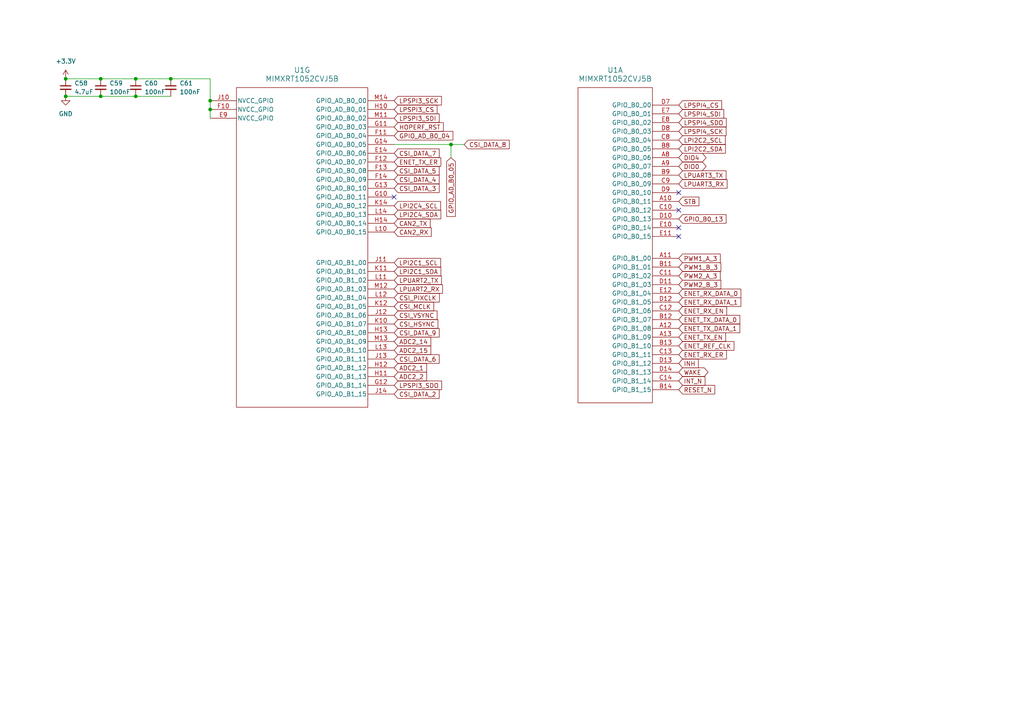
<source format=kicad_sch>
(kicad_sch
	(version 20231120)
	(generator "eeschema")
	(generator_version "8.0")
	(uuid "36d9aeec-7cf5-4add-ad12-247c626ade82")
	(paper "A4")
	(title_block
		(title "RT1050 DevBoard for Project Horizon")
		(rev "v1")
		(company "Northeastern University")
		(comment 1 "Built by Madhav Kapa")
	)
	(lib_symbols
		(symbol "Device:C_Small"
			(pin_numbers hide)
			(pin_names
				(offset 0.254) hide)
			(exclude_from_sim no)
			(in_bom yes)
			(on_board yes)
			(property "Reference" "C"
				(at 0.254 1.778 0)
				(effects
					(font
						(size 1.27 1.27)
					)
					(justify left)
				)
			)
			(property "Value" "C_Small"
				(at 0.254 -2.032 0)
				(effects
					(font
						(size 1.27 1.27)
					)
					(justify left)
				)
			)
			(property "Footprint" ""
				(at 0 0 0)
				(effects
					(font
						(size 1.27 1.27)
					)
					(hide yes)
				)
			)
			(property "Datasheet" "~"
				(at 0 0 0)
				(effects
					(font
						(size 1.27 1.27)
					)
					(hide yes)
				)
			)
			(property "Description" "Unpolarized capacitor, small symbol"
				(at 0 0 0)
				(effects
					(font
						(size 1.27 1.27)
					)
					(hide yes)
				)
			)
			(property "ki_keywords" "capacitor cap"
				(at 0 0 0)
				(effects
					(font
						(size 1.27 1.27)
					)
					(hide yes)
				)
			)
			(property "ki_fp_filters" "C_*"
				(at 0 0 0)
				(effects
					(font
						(size 1.27 1.27)
					)
					(hide yes)
				)
			)
			(symbol "C_Small_0_1"
				(polyline
					(pts
						(xy -1.524 -0.508) (xy 1.524 -0.508)
					)
					(stroke
						(width 0.3302)
						(type default)
					)
					(fill
						(type none)
					)
				)
				(polyline
					(pts
						(xy -1.524 0.508) (xy 1.524 0.508)
					)
					(stroke
						(width 0.3048)
						(type default)
					)
					(fill
						(type none)
					)
				)
			)
			(symbol "C_Small_1_1"
				(pin passive line
					(at 0 2.54 270)
					(length 2.032)
					(name "~"
						(effects
							(font
								(size 1.27 1.27)
							)
						)
					)
					(number "1"
						(effects
							(font
								(size 1.27 1.27)
							)
						)
					)
				)
				(pin passive line
					(at 0 -2.54 90)
					(length 2.032)
					(name "~"
						(effects
							(font
								(size 1.27 1.27)
							)
						)
					)
					(number "2"
						(effects
							(font
								(size 1.27 1.27)
							)
						)
					)
				)
			)
		)
		(symbol "MIMXRT1052CVJ5B:MIMXRT1052CVJ5B"
			(pin_names
				(offset 0.254)
			)
			(exclude_from_sim no)
			(in_bom yes)
			(on_board yes)
			(property "Reference" "U"
				(at 38.1 10.16 0)
				(effects
					(font
						(size 1.524 1.524)
					)
				)
			)
			(property "Value" "MIMXRT1052CVJ5B"
				(at 38.1 7.62 0)
				(effects
					(font
						(size 1.524 1.524)
					)
				)
			)
			(property "Footprint" "MAPBGA196_12X12"
				(at 6.35 0.254 0)
				(effects
					(font
						(size 1.27 1.27)
						(italic yes)
					)
					(hide yes)
				)
			)
			(property "Datasheet" "MIMXRT1052CVJ5B"
				(at 6.35 0.254 0)
				(effects
					(font
						(size 1.27 1.27)
						(italic yes)
					)
					(hide yes)
				)
			)
			(property "Description" ""
				(at -25.4 1.27 0)
				(effects
					(font
						(size 1.27 1.27)
					)
					(hide yes)
				)
			)
			(property "ki_locked" ""
				(at 0 0 0)
				(effects
					(font
						(size 1.27 1.27)
					)
				)
			)
			(property "ki_keywords" "MIMXRT1052CVJ5B"
				(at 0 0 0)
				(effects
					(font
						(size 1.27 1.27)
					)
					(hide yes)
				)
			)
			(property "ki_fp_filters" "MAPBGA196_12X12"
				(at 0 0 0)
				(effects
					(font
						(size 1.27 1.27)
					)
					(hide yes)
				)
			)
			(symbol "MIMXRT1052CVJ5B_1_1"
				(rectangle
					(start 0 0)
					(end 21.59 -91.44)
					(stroke
						(width 0)
						(type default)
					)
					(fill
						(type none)
					)
				)
				(pin bidirectional line
					(at 29.21 -33.02 180)
					(length 7.62)
					(name "GPIO_B0_11"
						(effects
							(font
								(size 1.27 1.27)
							)
						)
					)
					(number "A10"
						(effects
							(font
								(size 1.27 1.27)
							)
						)
					)
				)
				(pin bidirectional line
					(at 29.21 -49.53 180)
					(length 7.62)
					(name "GPIO_B1_00"
						(effects
							(font
								(size 1.27 1.27)
							)
						)
					)
					(number "A11"
						(effects
							(font
								(size 1.27 1.27)
							)
						)
					)
				)
				(pin bidirectional line
					(at 29.21 -69.85 180)
					(length 7.62)
					(name "GPIO_B1_08"
						(effects
							(font
								(size 1.27 1.27)
							)
						)
					)
					(number "A12"
						(effects
							(font
								(size 1.27 1.27)
							)
						)
					)
				)
				(pin bidirectional line
					(at 29.21 -72.39 180)
					(length 7.62)
					(name "GPIO_B1_09"
						(effects
							(font
								(size 1.27 1.27)
							)
						)
					)
					(number "A13"
						(effects
							(font
								(size 1.27 1.27)
							)
						)
					)
				)
				(pin bidirectional line
					(at 29.21 -20.32 180)
					(length 7.62)
					(name "GPIO_B0_06"
						(effects
							(font
								(size 1.27 1.27)
							)
						)
					)
					(number "A8"
						(effects
							(font
								(size 1.27 1.27)
							)
						)
					)
				)
				(pin bidirectional line
					(at 29.21 -22.86 180)
					(length 7.62)
					(name "GPIO_B0_07"
						(effects
							(font
								(size 1.27 1.27)
							)
						)
					)
					(number "A9"
						(effects
							(font
								(size 1.27 1.27)
							)
						)
					)
				)
				(pin bidirectional line
					(at 29.21 -52.07 180)
					(length 7.62)
					(name "GPIO_B1_01"
						(effects
							(font
								(size 1.27 1.27)
							)
						)
					)
					(number "B11"
						(effects
							(font
								(size 1.27 1.27)
							)
						)
					)
				)
				(pin bidirectional line
					(at 29.21 -67.31 180)
					(length 7.62)
					(name "GPIO_B1_07"
						(effects
							(font
								(size 1.27 1.27)
							)
						)
					)
					(number "B12"
						(effects
							(font
								(size 1.27 1.27)
							)
						)
					)
				)
				(pin bidirectional line
					(at 29.21 -74.93 180)
					(length 7.62)
					(name "GPIO_B1_10"
						(effects
							(font
								(size 1.27 1.27)
							)
						)
					)
					(number "B13"
						(effects
							(font
								(size 1.27 1.27)
							)
						)
					)
				)
				(pin bidirectional line
					(at 29.21 -87.63 180)
					(length 7.62)
					(name "GPIO_B1_15"
						(effects
							(font
								(size 1.27 1.27)
							)
						)
					)
					(number "B14"
						(effects
							(font
								(size 1.27 1.27)
							)
						)
					)
				)
				(pin bidirectional line
					(at 29.21 -17.78 180)
					(length 7.62)
					(name "GPIO_B0_05"
						(effects
							(font
								(size 1.27 1.27)
							)
						)
					)
					(number "B8"
						(effects
							(font
								(size 1.27 1.27)
							)
						)
					)
				)
				(pin bidirectional line
					(at 29.21 -25.4 180)
					(length 7.62)
					(name "GPIO_B0_08"
						(effects
							(font
								(size 1.27 1.27)
							)
						)
					)
					(number "B9"
						(effects
							(font
								(size 1.27 1.27)
							)
						)
					)
				)
				(pin bidirectional line
					(at 29.21 -35.56 180)
					(length 7.62)
					(name "GPIO_B0_12"
						(effects
							(font
								(size 1.27 1.27)
							)
						)
					)
					(number "C10"
						(effects
							(font
								(size 1.27 1.27)
							)
						)
					)
				)
				(pin bidirectional line
					(at 29.21 -54.61 180)
					(length 7.62)
					(name "GPIO_B1_02"
						(effects
							(font
								(size 1.27 1.27)
							)
						)
					)
					(number "C11"
						(effects
							(font
								(size 1.27 1.27)
							)
						)
					)
				)
				(pin bidirectional line
					(at 29.21 -64.77 180)
					(length 7.62)
					(name "GPIO_B1_06"
						(effects
							(font
								(size 1.27 1.27)
							)
						)
					)
					(number "C12"
						(effects
							(font
								(size 1.27 1.27)
							)
						)
					)
				)
				(pin bidirectional line
					(at 29.21 -77.47 180)
					(length 7.62)
					(name "GPIO_B1_11"
						(effects
							(font
								(size 1.27 1.27)
							)
						)
					)
					(number "C13"
						(effects
							(font
								(size 1.27 1.27)
							)
						)
					)
				)
				(pin bidirectional line
					(at 29.21 -85.09 180)
					(length 7.62)
					(name "GPIO_B1_14"
						(effects
							(font
								(size 1.27 1.27)
							)
						)
					)
					(number "C14"
						(effects
							(font
								(size 1.27 1.27)
							)
						)
					)
				)
				(pin bidirectional line
					(at 29.21 -15.24 180)
					(length 7.62)
					(name "GPIO_B0_04"
						(effects
							(font
								(size 1.27 1.27)
							)
						)
					)
					(number "C8"
						(effects
							(font
								(size 1.27 1.27)
							)
						)
					)
				)
				(pin bidirectional line
					(at 29.21 -27.94 180)
					(length 7.62)
					(name "GPIO_B0_09"
						(effects
							(font
								(size 1.27 1.27)
							)
						)
					)
					(number "C9"
						(effects
							(font
								(size 1.27 1.27)
							)
						)
					)
				)
				(pin bidirectional line
					(at 29.21 -38.1 180)
					(length 7.62)
					(name "GPIO_B0_13"
						(effects
							(font
								(size 1.27 1.27)
							)
						)
					)
					(number "D10"
						(effects
							(font
								(size 1.27 1.27)
							)
						)
					)
				)
				(pin bidirectional line
					(at 29.21 -57.15 180)
					(length 7.62)
					(name "GPIO_B1_03"
						(effects
							(font
								(size 1.27 1.27)
							)
						)
					)
					(number "D11"
						(effects
							(font
								(size 1.27 1.27)
							)
						)
					)
				)
				(pin bidirectional line
					(at 29.21 -62.23 180)
					(length 7.62)
					(name "GPIO_B1_05"
						(effects
							(font
								(size 1.27 1.27)
							)
						)
					)
					(number "D12"
						(effects
							(font
								(size 1.27 1.27)
							)
						)
					)
				)
				(pin bidirectional line
					(at 29.21 -80.01 180)
					(length 7.62)
					(name "GPIO_B1_12"
						(effects
							(font
								(size 1.27 1.27)
							)
						)
					)
					(number "D13"
						(effects
							(font
								(size 1.27 1.27)
							)
						)
					)
				)
				(pin bidirectional line
					(at 29.21 -82.55 180)
					(length 7.62)
					(name "GPIO_B1_13"
						(effects
							(font
								(size 1.27 1.27)
							)
						)
					)
					(number "D14"
						(effects
							(font
								(size 1.27 1.27)
							)
						)
					)
				)
				(pin bidirectional line
					(at 29.21 -5.08 180)
					(length 7.62)
					(name "GPIO_B0_00"
						(effects
							(font
								(size 1.27 1.27)
							)
						)
					)
					(number "D7"
						(effects
							(font
								(size 1.27 1.27)
							)
						)
					)
				)
				(pin bidirectional line
					(at 29.21 -12.7 180)
					(length 7.62)
					(name "GPIO_B0_03"
						(effects
							(font
								(size 1.27 1.27)
							)
						)
					)
					(number "D8"
						(effects
							(font
								(size 1.27 1.27)
							)
						)
					)
				)
				(pin bidirectional line
					(at 29.21 -30.48 180)
					(length 7.62)
					(name "GPIO_B0_10"
						(effects
							(font
								(size 1.27 1.27)
							)
						)
					)
					(number "D9"
						(effects
							(font
								(size 1.27 1.27)
							)
						)
					)
				)
				(pin bidirectional line
					(at 29.21 -40.64 180)
					(length 7.62)
					(name "GPIO_B0_14"
						(effects
							(font
								(size 1.27 1.27)
							)
						)
					)
					(number "E10"
						(effects
							(font
								(size 1.27 1.27)
							)
						)
					)
				)
				(pin bidirectional line
					(at 29.21 -43.18 180)
					(length 7.62)
					(name "GPIO_B0_15"
						(effects
							(font
								(size 1.27 1.27)
							)
						)
					)
					(number "E11"
						(effects
							(font
								(size 1.27 1.27)
							)
						)
					)
				)
				(pin bidirectional line
					(at 29.21 -59.69 180)
					(length 7.62)
					(name "GPIO_B1_04"
						(effects
							(font
								(size 1.27 1.27)
							)
						)
					)
					(number "E12"
						(effects
							(font
								(size 1.27 1.27)
							)
						)
					)
				)
				(pin bidirectional line
					(at 29.21 -7.62 180)
					(length 7.62)
					(name "GPIO_B0_01"
						(effects
							(font
								(size 1.27 1.27)
							)
						)
					)
					(number "E7"
						(effects
							(font
								(size 1.27 1.27)
							)
						)
					)
				)
				(pin bidirectional line
					(at 29.21 -10.16 180)
					(length 7.62)
					(name "GPIO_B0_02"
						(effects
							(font
								(size 1.27 1.27)
							)
						)
					)
					(number "E8"
						(effects
							(font
								(size 1.27 1.27)
							)
						)
					)
				)
			)
			(symbol "MIMXRT1052CVJ5B_2_1"
				(rectangle
					(start 0 -62.23)
					(end 36.83 0)
					(stroke
						(width 0)
						(type default)
					)
					(fill
						(type none)
					)
				)
				(pin bidirectional line
					(at 44.45 -16.51 180)
					(length 7.62)
					(name "GPIO_SD_B0_04"
						(effects
							(font
								(size 1.27 1.27)
							)
						)
					)
					(number "H2"
						(effects
							(font
								(size 1.27 1.27)
							)
						)
					)
				)
				(pin bidirectional line
					(at 44.45 -11.43 180)
					(length 7.62)
					(name "GPIO_SD_B0_02"
						(effects
							(font
								(size 1.27 1.27)
							)
						)
					)
					(number "J1"
						(effects
							(font
								(size 1.27 1.27)
							)
						)
					)
				)
				(pin bidirectional line
					(at 44.45 -19.05 180)
					(length 7.62)
					(name "GPIO_SD_B0_05"
						(effects
							(font
								(size 1.27 1.27)
							)
						)
					)
					(number "J2"
						(effects
							(font
								(size 1.27 1.27)
							)
						)
					)
				)
				(pin bidirectional line
					(at 44.45 -8.89 180)
					(length 7.62)
					(name "GPIO_SD_B0_01"
						(effects
							(font
								(size 1.27 1.27)
							)
						)
					)
					(number "J3"
						(effects
							(font
								(size 1.27 1.27)
							)
						)
					)
				)
				(pin bidirectional line
					(at 44.45 -6.35 180)
					(length 7.62)
					(name "GPIO_SD_B0_00"
						(effects
							(font
								(size 1.27 1.27)
							)
						)
					)
					(number "J4"
						(effects
							(font
								(size 1.27 1.27)
							)
						)
					)
				)
				(pin power_in line
					(at -7.62 -6.35 0)
					(length 7.62)
					(name "NVCC_SD0"
						(effects
							(font
								(size 1.27 1.27)
							)
						)
					)
					(number "J6"
						(effects
							(font
								(size 1.27 1.27)
							)
						)
					)
				)
				(pin bidirectional line
					(at 44.45 -13.97 180)
					(length 7.62)
					(name "GPIO_SD_B0_03"
						(effects
							(font
								(size 1.27 1.27)
							)
						)
					)
					(number "K1"
						(effects
							(font
								(size 1.27 1.27)
							)
						)
					)
				)
				(pin power_in line
					(at -7.62 -27.94 0)
					(length 7.62)
					(name "NVCC_SD1"
						(effects
							(font
								(size 1.27 1.27)
							)
						)
					)
					(number "K5"
						(effects
							(font
								(size 1.27 1.27)
							)
						)
					)
				)
				(pin bidirectional line
					(at 44.45 -43.18 180)
					(length 7.62)
					(name "GPIO_SD_B1_06"
						(effects
							(font
								(size 1.27 1.27)
							)
						)
					)
					(number "L3"
						(effects
							(font
								(size 1.27 1.27)
							)
						)
					)
				)
				(pin bidirectional line
					(at 44.45 -45.72 180)
					(length 7.62)
					(name "GPIO_SD_B1_07"
						(effects
							(font
								(size 1.27 1.27)
							)
						)
					)
					(number "L4"
						(effects
							(font
								(size 1.27 1.27)
							)
						)
					)
				)
				(pin bidirectional line
					(at 44.45 -27.94 180)
					(length 7.62)
					(name "GPIO_SD_B1_00"
						(effects
							(font
								(size 1.27 1.27)
							)
						)
					)
					(number "L5"
						(effects
							(font
								(size 1.27 1.27)
							)
						)
					)
				)
				(pin bidirectional line
					(at 44.45 -33.02 180)
					(length 7.62)
					(name "GPIO_SD_B1_02"
						(effects
							(font
								(size 1.27 1.27)
							)
						)
					)
					(number "M3"
						(effects
							(font
								(size 1.27 1.27)
							)
						)
					)
				)
				(pin bidirectional line
					(at 44.45 -35.56 180)
					(length 7.62)
					(name "GPIO_SD_B1_03"
						(effects
							(font
								(size 1.27 1.27)
							)
						)
					)
					(number "M4"
						(effects
							(font
								(size 1.27 1.27)
							)
						)
					)
				)
				(pin bidirectional line
					(at 44.45 -30.48 180)
					(length 7.62)
					(name "GPIO_SD_B1_01"
						(effects
							(font
								(size 1.27 1.27)
							)
						)
					)
					(number "M5"
						(effects
							(font
								(size 1.27 1.27)
							)
						)
					)
				)
				(pin bidirectional line
					(at 44.45 -40.64 180)
					(length 7.62)
					(name "GPIO_SD_B1_05"
						(effects
							(font
								(size 1.27 1.27)
							)
						)
					)
					(number "N3"
						(effects
							(font
								(size 1.27 1.27)
							)
						)
					)
				)
				(pin bidirectional line
					(at 44.45 -50.8 180)
					(length 7.62)
					(name "GPIO_SD_B1_09"
						(effects
							(font
								(size 1.27 1.27)
							)
						)
					)
					(number "N4"
						(effects
							(font
								(size 1.27 1.27)
							)
						)
					)
				)
				(pin bidirectional line
					(at 44.45 -38.1 180)
					(length 7.62)
					(name "GPIO_SD_B1_04"
						(effects
							(font
								(size 1.27 1.27)
							)
						)
					)
					(number "P2"
						(effects
							(font
								(size 1.27 1.27)
							)
						)
					)
				)
				(pin bidirectional line
					(at 44.45 -48.26 180)
					(length 7.62)
					(name "GPIO_SD_B1_08"
						(effects
							(font
								(size 1.27 1.27)
							)
						)
					)
					(number "P3"
						(effects
							(font
								(size 1.27 1.27)
							)
						)
					)
				)
				(pin bidirectional line
					(at 44.45 -53.34 180)
					(length 7.62)
					(name "GPIO_SD_B1_10"
						(effects
							(font
								(size 1.27 1.27)
							)
						)
					)
					(number "P4"
						(effects
							(font
								(size 1.27 1.27)
							)
						)
					)
				)
				(pin bidirectional line
					(at 44.45 -55.88 180)
					(length 7.62)
					(name "GPIO_SD_B1_11"
						(effects
							(font
								(size 1.27 1.27)
							)
						)
					)
					(number "P5"
						(effects
							(font
								(size 1.27 1.27)
							)
						)
					)
				)
			)
			(symbol "MIMXRT1052CVJ5B_3_1"
				(rectangle
					(start 0 -50.8)
					(end 25.4 0)
					(stroke
						(width 0)
						(type default)
					)
					(fill
						(type none)
					)
				)
				(pin power_in line
					(at 33.02 -48.26 180)
					(length 7.62)
					(name "VSS"
						(effects
							(font
								(size 1.27 1.27)
							)
						)
					)
					(number "A1"
						(effects
							(font
								(size 1.27 1.27)
							)
						)
					)
				)
				(pin power_in line
					(at 33.02 -40.64 180)
					(length 7.62)
					(name "VSS"
						(effects
							(font
								(size 1.27 1.27)
							)
						)
					)
					(number "A14"
						(effects
							(font
								(size 1.27 1.27)
							)
						)
					)
				)
				(pin power_in line
					(at 33.02 -43.18 180)
					(length 7.62)
					(name "VSS"
						(effects
							(font
								(size 1.27 1.27)
							)
						)
					)
					(number "B10"
						(effects
							(font
								(size 1.27 1.27)
							)
						)
					)
				)
				(pin power_in line
					(at 33.02 -2.54 180)
					(length 7.62)
					(name "VSS"
						(effects
							(font
								(size 1.27 1.27)
							)
						)
					)
					(number "B5"
						(effects
							(font
								(size 1.27 1.27)
							)
						)
					)
				)
				(pin power_in line
					(at 33.02 -12.7 180)
					(length 7.62)
					(name "VSS"
						(effects
							(font
								(size 1.27 1.27)
							)
						)
					)
					(number "E13"
						(effects
							(font
								(size 1.27 1.27)
							)
						)
					)
				)
				(pin power_in line
					(at 33.02 -25.4 180)
					(length 7.62)
					(name "VSS"
						(effects
							(font
								(size 1.27 1.27)
							)
						)
					)
					(number "E2"
						(effects
							(font
								(size 1.27 1.27)
							)
						)
					)
				)
				(pin power_in line
					(at 33.02 -7.62 180)
					(length 7.62)
					(name "VSS"
						(effects
							(font
								(size 1.27 1.27)
							)
						)
					)
					(number "G7"
						(effects
							(font
								(size 1.27 1.27)
							)
						)
					)
				)
				(pin power_in line
					(at 33.02 -10.16 180)
					(length 7.62)
					(name "VSS"
						(effects
							(font
								(size 1.27 1.27)
							)
						)
					)
					(number "G8"
						(effects
							(font
								(size 1.27 1.27)
							)
						)
					)
				)
				(pin power_in line
					(at 33.02 -15.24 180)
					(length 7.62)
					(name "VSS"
						(effects
							(font
								(size 1.27 1.27)
							)
						)
					)
					(number "H7"
						(effects
							(font
								(size 1.27 1.27)
							)
						)
					)
				)
				(pin power_in line
					(at 33.02 -17.78 180)
					(length 7.62)
					(name "VSS"
						(effects
							(font
								(size 1.27 1.27)
							)
						)
					)
					(number "H8"
						(effects
							(font
								(size 1.27 1.27)
							)
						)
					)
				)
				(pin power_in line
					(at 33.02 -20.32 180)
					(length 7.62)
					(name "VSS"
						(effects
							(font
								(size 1.27 1.27)
							)
						)
					)
					(number "J7"
						(effects
							(font
								(size 1.27 1.27)
							)
						)
					)
				)
				(pin power_in line
					(at 33.02 -22.86 180)
					(length 7.62)
					(name "VSS"
						(effects
							(font
								(size 1.27 1.27)
							)
						)
					)
					(number "J8"
						(effects
							(font
								(size 1.27 1.27)
							)
						)
					)
				)
				(pin power_in line
					(at 33.02 -35.56 180)
					(length 7.62)
					(name "VSS"
						(effects
							(font
								(size 1.27 1.27)
							)
						)
					)
					(number "K13"
						(effects
							(font
								(size 1.27 1.27)
							)
						)
					)
				)
				(pin power_in line
					(at 33.02 -27.94 180)
					(length 7.62)
					(name "VSS"
						(effects
							(font
								(size 1.27 1.27)
							)
						)
					)
					(number "K2"
						(effects
							(font
								(size 1.27 1.27)
							)
						)
					)
				)
				(pin power_in line
					(at -7.62 -2.54 0)
					(length 7.62)
					(name "NGND_KEL0"
						(effects
							(font
								(size 1.27 1.27)
							)
						)
					)
					(number "K9"
						(effects
							(font
								(size 1.27 1.27)
							)
						)
					)
				)
				(pin power_in line
					(at 33.02 -5.08 180)
					(length 7.62)
					(name "VSS"
						(effects
							(font
								(size 1.27 1.27)
							)
						)
					)
					(number "L9"
						(effects
							(font
								(size 1.27 1.27)
							)
						)
					)
				)
				(pin power_in line
					(at 33.02 -30.48 180)
					(length 7.62)
					(name "VSS"
						(effects
							(font
								(size 1.27 1.27)
							)
						)
					)
					(number "N5"
						(effects
							(font
								(size 1.27 1.27)
							)
						)
					)
				)
				(pin power_in line
					(at 33.02 -33.02 180)
					(length 7.62)
					(name "VSS"
						(effects
							(font
								(size 1.27 1.27)
							)
						)
					)
					(number "N8"
						(effects
							(font
								(size 1.27 1.27)
							)
						)
					)
				)
				(pin power_in line
					(at 33.02 -38.1 180)
					(length 7.62)
					(name "VSS"
						(effects
							(font
								(size 1.27 1.27)
							)
						)
					)
					(number "P1"
						(effects
							(font
								(size 1.27 1.27)
							)
						)
					)
				)
				(pin power_in line
					(at 33.02 -45.72 180)
					(length 7.62)
					(name "VSS"
						(effects
							(font
								(size 1.27 1.27)
							)
						)
					)
					(number "P14"
						(effects
							(font
								(size 1.27 1.27)
							)
						)
					)
				)
			)
			(symbol "MIMXRT1052CVJ5B_4_1"
				(rectangle
					(start 0 0)
					(end 25.4 -44.45)
					(stroke
						(width 0)
						(type default)
					)
					(fill
						(type none)
					)
				)
				(pin unspecified line
					(at 33.02 -33.02 180)
					(length 7.62)
					(name "DCDC_SENSE"
						(effects
							(font
								(size 1.27 1.27)
							)
						)
					)
					(number "J5"
						(effects
							(font
								(size 1.27 1.27)
							)
						)
					)
				)
				(pin unspecified line
					(at 33.02 -35.56 180)
					(length 7.62)
					(name "DCDC_PSWITCH"
						(effects
							(font
								(size 1.27 1.27)
							)
						)
					)
					(number "K3"
						(effects
							(font
								(size 1.27 1.27)
							)
						)
					)
				)
				(pin input line
					(at 33.02 -29.21 180)
					(length 7.62)
					(name "DCDC_IN_Q"
						(effects
							(font
								(size 1.27 1.27)
							)
						)
					)
					(number "K4"
						(effects
							(font
								(size 1.27 1.27)
							)
						)
					)
				)
				(pin bidirectional line
					(at -7.62 -12.7 0)
					(length 7.62)
					(name "TEST_MODE"
						(effects
							(font
								(size 1.27 1.27)
							)
						)
					)
					(number "K6"
						(effects
							(font
								(size 1.27 1.27)
							)
						)
					)
				)
				(pin bidirectional line
					(at -7.62 -17.78 0)
					(length 7.62)
					(name "PMIC_ON_REQ"
						(effects
							(font
								(size 1.27 1.27)
							)
						)
					)
					(number "K7"
						(effects
							(font
								(size 1.27 1.27)
							)
						)
					)
				)
				(pin input line
					(at 33.02 -26.67 180)
					(length 7.62)
					(name "DCDC_IN"
						(effects
							(font
								(size 1.27 1.27)
							)
						)
					)
					(number "L1"
						(effects
							(font
								(size 1.27 1.27)
							)
						)
					)
				)
				(pin input line
					(at 33.02 -24.13 180)
					(length 7.62)
					(name "DCDC_IN"
						(effects
							(font
								(size 1.27 1.27)
							)
						)
					)
					(number "L2"
						(effects
							(font
								(size 1.27 1.27)
							)
						)
					)
				)
				(pin bidirectional line
					(at 33.02 -40.64 180)
					(length 7.62)
					(name "WAKEUP"
						(effects
							(font
								(size 1.27 1.27)
							)
						)
					)
					(number "L6"
						(effects
							(font
								(size 1.27 1.27)
							)
						)
					)
				)
				(pin bidirectional line
					(at -7.62 -20.32 0)
					(length 7.62)
					(name "PMIC_STBY_REQ"
						(effects
							(font
								(size 1.27 1.27)
							)
						)
					)
					(number "L7"
						(effects
							(font
								(size 1.27 1.27)
							)
						)
					)
				)
				(pin unspecified line
					(at 33.02 -21.59 180)
					(length 7.62)
					(name "DCDC_LP"
						(effects
							(font
								(size 1.27 1.27)
							)
						)
					)
					(number "M1"
						(effects
							(font
								(size 1.27 1.27)
							)
						)
					)
				)
				(pin unspecified line
					(at 33.02 -19.05 180)
					(length 7.62)
					(name "DCDC_LP"
						(effects
							(font
								(size 1.27 1.27)
							)
						)
					)
					(number "M2"
						(effects
							(font
								(size 1.27 1.27)
							)
						)
					)
				)
				(pin bidirectional line
					(at -7.62 -5.08 0)
					(length 7.62)
					(name "ONOFF"
						(effects
							(font
								(size 1.27 1.27)
							)
						)
					)
					(number "M6"
						(effects
							(font
								(size 1.27 1.27)
							)
						)
					)
				)
				(pin input line
					(at -7.62 -7.62 0)
					(length 7.62)
					(name "POR_B"
						(effects
							(font
								(size 1.27 1.27)
							)
						)
					)
					(number "M7"
						(effects
							(font
								(size 1.27 1.27)
							)
						)
					)
				)
				(pin power_in line
					(at -7.62 -38.1 0)
					(length 7.62)
					(name "DCDC_GND"
						(effects
							(font
								(size 1.27 1.27)
							)
						)
					)
					(number "N1"
						(effects
							(font
								(size 1.27 1.27)
							)
						)
					)
				)
				(pin bidirectional line
					(at -7.62 -34.29 0)
					(length 7.62)
					(name "GPANAIO"
						(effects
							(font
								(size 1.27 1.27)
							)
						)
					)
					(number "N10"
						(effects
							(font
								(size 1.27 1.27)
							)
						)
					)
				)
				(pin output line
					(at 33.02 -15.24 180)
					(length 7.62)
					(name "XTALO"
						(effects
							(font
								(size 1.27 1.27)
							)
						)
					)
					(number "N11"
						(effects
							(font
								(size 1.27 1.27)
							)
						)
					)
				)
				(pin bidirectional line
					(at 33.02 -7.62 180)
					(length 7.62)
					(name "CCM_CLK1_P"
						(effects
							(font
								(size 1.27 1.27)
							)
						)
					)
					(number "N13"
						(effects
							(font
								(size 1.27 1.27)
							)
						)
					)
				)
				(pin power_in line
					(at -7.62 -40.64 0)
					(length 7.62)
					(name "DCDC_GND"
						(effects
							(font
								(size 1.27 1.27)
							)
						)
					)
					(number "N2"
						(effects
							(font
								(size 1.27 1.27)
							)
						)
					)
				)
				(pin input line
					(at -7.62 -25.4 0)
					(length 7.62)
					(name "RTC_XTALI"
						(effects
							(font
								(size 1.27 1.27)
							)
						)
					)
					(number "N9"
						(effects
							(font
								(size 1.27 1.27)
							)
						)
					)
				)
				(pin input line
					(at 33.02 -12.7 180)
					(length 7.62)
					(name "XTALI"
						(effects
							(font
								(size 1.27 1.27)
							)
						)
					)
					(number "P11"
						(effects
							(font
								(size 1.27 1.27)
							)
						)
					)
				)
				(pin bidirectional line
					(at 33.02 -5.08 180)
					(length 7.62)
					(name "CCM_CLK1_N"
						(effects
							(font
								(size 1.27 1.27)
							)
						)
					)
					(number "P13"
						(effects
							(font
								(size 1.27 1.27)
							)
						)
					)
				)
				(pin output line
					(at -7.62 -27.94 0)
					(length 7.62)
					(name "RTC_XTALO"
						(effects
							(font
								(size 1.27 1.27)
							)
						)
					)
					(number "P9"
						(effects
							(font
								(size 1.27 1.27)
							)
						)
					)
				)
			)
			(symbol "MIMXRT1052CVJ5B_5_1"
				(rectangle
					(start 0 0)
					(end 31.75 -57.785)
					(stroke
						(width 0)
						(type default)
					)
					(fill
						(type none)
					)
				)
				(pin power_in line
					(at 39.37 -26.67 180)
					(length 7.62)
					(name "VDD_SOC_IN"
						(effects
							(font
								(size 1.27 1.27)
							)
						)
					)
					(number "F6"
						(effects
							(font
								(size 1.27 1.27)
							)
						)
					)
				)
				(pin power_in line
					(at 39.37 -24.13 180)
					(length 7.62)
					(name "VDD_SOC_IN"
						(effects
							(font
								(size 1.27 1.27)
							)
						)
					)
					(number "F7"
						(effects
							(font
								(size 1.27 1.27)
							)
						)
					)
				)
				(pin power_in line
					(at 39.37 -21.59 180)
					(length 7.62)
					(name "VDD_SOC_IN"
						(effects
							(font
								(size 1.27 1.27)
							)
						)
					)
					(number "F8"
						(effects
							(font
								(size 1.27 1.27)
							)
						)
					)
				)
				(pin power_in line
					(at 39.37 -19.05 180)
					(length 7.62)
					(name "VDD_SOC_IN"
						(effects
							(font
								(size 1.27 1.27)
							)
						)
					)
					(number "F9"
						(effects
							(font
								(size 1.27 1.27)
							)
						)
					)
				)
				(pin power_in line
					(at 39.37 -16.51 180)
					(length 7.62)
					(name "VDD_SOC_IN"
						(effects
							(font
								(size 1.27 1.27)
							)
						)
					)
					(number "G6"
						(effects
							(font
								(size 1.27 1.27)
							)
						)
					)
				)
				(pin power_in line
					(at 39.37 -13.97 180)
					(length 7.62)
					(name "VDD_SOC_IN"
						(effects
							(font
								(size 1.27 1.27)
							)
						)
					)
					(number "G9"
						(effects
							(font
								(size 1.27 1.27)
							)
						)
					)
				)
				(pin power_in line
					(at 39.37 -11.43 180)
					(length 7.62)
					(name "VDD_SOC_IN"
						(effects
							(font
								(size 1.27 1.27)
							)
						)
					)
					(number "H6"
						(effects
							(font
								(size 1.27 1.27)
							)
						)
					)
				)
				(pin power_in line
					(at 39.37 -8.89 180)
					(length 7.62)
					(name "VDD_SOC_IN"
						(effects
							(font
								(size 1.27 1.27)
							)
						)
					)
					(number "H9"
						(effects
							(font
								(size 1.27 1.27)
							)
						)
					)
				)
				(pin power_in line
					(at 39.37 -6.35 180)
					(length 7.62)
					(name "VDD_SOC_IN"
						(effects
							(font
								(size 1.27 1.27)
							)
						)
					)
					(number "J9"
						(effects
							(font
								(size 1.27 1.27)
							)
						)
					)
				)
				(pin power_in line
					(at -7.62 -26.67 0)
					(length 7.62)
					(name "VDD_SNVS_CAP"
						(effects
							(font
								(size 1.27 1.27)
							)
						)
					)
					(number "M10"
						(effects
							(font
								(size 1.27 1.27)
							)
						)
					)
				)
				(pin power_in line
					(at -7.62 -45.72 0)
					(length 7.62)
					(name "VDD_SNVS_IN"
						(effects
							(font
								(size 1.27 1.27)
							)
						)
					)
					(number "M9"
						(effects
							(font
								(size 1.27 1.27)
							)
						)
					)
				)
				(pin power_in line
					(at -7.62 -15.24 0)
					(length 7.62)
					(name "VDDA_ADC_3P3"
						(effects
							(font
								(size 1.27 1.27)
							)
						)
					)
					(number "N14"
						(effects
							(font
								(size 1.27 1.27)
							)
						)
					)
				)
				(pin power_in line
					(at -7.62 -54.61 0)
					(length 7.62)
					(name "NVCC_PLL"
						(effects
							(font
								(size 1.27 1.27)
							)
						)
					)
					(number "P10"
						(effects
							(font
								(size 1.27 1.27)
							)
						)
					)
				)
				(pin power_in line
					(at -7.62 -36.83 0)
					(length 7.62)
					(name "VDD_HIGH_IN"
						(effects
							(font
								(size 1.27 1.27)
							)
						)
					)
					(number "P12"
						(effects
							(font
								(size 1.27 1.27)
							)
						)
					)
				)
				(pin power_in line
					(at -7.62 -3.81 0)
					(length 7.62)
					(name "VDD_HIGH_CAP"
						(effects
							(font
								(size 1.27 1.27)
							)
						)
					)
					(number "P8"
						(effects
							(font
								(size 1.27 1.27)
							)
						)
					)
				)
			)
			(symbol "MIMXRT1052CVJ5B_6_1"
				(rectangle
					(start 0 -34.29)
					(end 20.32 0)
					(stroke
						(width 0)
						(type default)
					)
					(fill
						(type none)
					)
				)
				(pin power_in line
					(at 27.94 -30.48 180)
					(length 7.62)
					(name "VDD_USB_CAP"
						(effects
							(font
								(size 1.27 1.27)
							)
						)
					)
					(number "K8"
						(effects
							(font
								(size 1.27 1.27)
							)
						)
					)
				)
				(pin bidirectional line
					(at 27.94 -6.35 180)
					(length 7.62)
					(name "USB_OTG1_DP"
						(effects
							(font
								(size 1.27 1.27)
							)
						)
					)
					(number "L8"
						(effects
							(font
								(size 1.27 1.27)
							)
						)
					)
				)
				(pin bidirectional line
					(at 27.94 -3.81 180)
					(length 7.62)
					(name "USB_OTG1_DN"
						(effects
							(font
								(size 1.27 1.27)
							)
						)
					)
					(number "M8"
						(effects
							(font
								(size 1.27 1.27)
							)
						)
					)
				)
				(pin bidirectional line
					(at 27.94 -10.16 180)
					(length 7.62)
					(name "USB_OTG1_CHD_B"
						(effects
							(font
								(size 1.27 1.27)
							)
						)
					)
					(number "N12"
						(effects
							(font
								(size 1.27 1.27)
							)
						)
					)
				)
				(pin bidirectional line
					(at 27.94 -12.7 180)
					(length 7.62)
					(name "USB_OTG1_VBUS"
						(effects
							(font
								(size 1.27 1.27)
							)
						)
					)
					(number "N6"
						(effects
							(font
								(size 1.27 1.27)
							)
						)
					)
				)
				(pin bidirectional line
					(at 27.94 -17.78 180)
					(length 7.62)
					(name "USB_OTG2_DN"
						(effects
							(font
								(size 1.27 1.27)
							)
						)
					)
					(number "N7"
						(effects
							(font
								(size 1.27 1.27)
							)
						)
					)
				)
				(pin bidirectional line
					(at 27.94 -24.13 180)
					(length 7.62)
					(name "USB_OTG2_VBUS"
						(effects
							(font
								(size 1.27 1.27)
							)
						)
					)
					(number "P6"
						(effects
							(font
								(size 1.27 1.27)
							)
						)
					)
				)
				(pin bidirectional line
					(at 27.94 -20.32 180)
					(length 7.62)
					(name "USB_OTG2_DP"
						(effects
							(font
								(size 1.27 1.27)
							)
						)
					)
					(number "P7"
						(effects
							(font
								(size 1.27 1.27)
							)
						)
					)
				)
			)
			(symbol "MIMXRT1052CVJ5B_7_1"
				(rectangle
					(start 0 0)
					(end 38.1 -92.71)
					(stroke
						(width 0)
						(type default)
					)
					(fill
						(type none)
					)
				)
				(pin bidirectional line
					(at -7.62 -19.05 0)
					(length 7.62)
					(name "GPIO_AD_B0_06"
						(effects
							(font
								(size 1.27 1.27)
							)
						)
					)
					(number "E14"
						(effects
							(font
								(size 1.27 1.27)
							)
						)
					)
				)
				(pin power_in line
					(at 45.72 -8.89 180)
					(length 7.62)
					(name "NVCC_GPIO"
						(effects
							(font
								(size 1.27 1.27)
							)
						)
					)
					(number "E9"
						(effects
							(font
								(size 1.27 1.27)
							)
						)
					)
				)
				(pin power_in line
					(at 45.72 -6.35 180)
					(length 7.62)
					(name "NVCC_GPIO"
						(effects
							(font
								(size 1.27 1.27)
							)
						)
					)
					(number "F10"
						(effects
							(font
								(size 1.27 1.27)
							)
						)
					)
				)
				(pin bidirectional line
					(at -7.62 -13.97 0)
					(length 7.62)
					(name "GPIO_AD_B0_04"
						(effects
							(font
								(size 1.27 1.27)
							)
						)
					)
					(number "F11"
						(effects
							(font
								(size 1.27 1.27)
							)
						)
					)
				)
				(pin bidirectional line
					(at -7.62 -21.59 0)
					(length 7.62)
					(name "GPIO_AD_B0_07"
						(effects
							(font
								(size 1.27 1.27)
							)
						)
					)
					(number "F12"
						(effects
							(font
								(size 1.27 1.27)
							)
						)
					)
				)
				(pin bidirectional line
					(at -7.62 -24.13 0)
					(length 7.62)
					(name "GPIO_AD_B0_08"
						(effects
							(font
								(size 1.27 1.27)
							)
						)
					)
					(number "F13"
						(effects
							(font
								(size 1.27 1.27)
							)
						)
					)
				)
				(pin bidirectional line
					(at -7.62 -26.67 0)
					(length 7.62)
					(name "GPIO_AD_B0_09"
						(effects
							(font
								(size 1.27 1.27)
							)
						)
					)
					(number "F14"
						(effects
							(font
								(size 1.27 1.27)
							)
						)
					)
				)
				(pin bidirectional line
					(at -7.62 -31.75 0)
					(length 7.62)
					(name "GPIO_AD_B0_11"
						(effects
							(font
								(size 1.27 1.27)
							)
						)
					)
					(number "G10"
						(effects
							(font
								(size 1.27 1.27)
							)
						)
					)
				)
				(pin bidirectional line
					(at -7.62 -11.43 0)
					(length 7.62)
					(name "GPIO_AD_B0_03"
						(effects
							(font
								(size 1.27 1.27)
							)
						)
					)
					(number "G11"
						(effects
							(font
								(size 1.27 1.27)
							)
						)
					)
				)
				(pin bidirectional line
					(at -7.62 -86.36 0)
					(length 7.62)
					(name "GPIO_AD_B1_14"
						(effects
							(font
								(size 1.27 1.27)
							)
						)
					)
					(number "G12"
						(effects
							(font
								(size 1.27 1.27)
							)
						)
					)
				)
				(pin bidirectional line
					(at -7.62 -29.21 0)
					(length 7.62)
					(name "GPIO_AD_B0_10"
						(effects
							(font
								(size 1.27 1.27)
							)
						)
					)
					(number "G13"
						(effects
							(font
								(size 1.27 1.27)
							)
						)
					)
				)
				(pin bidirectional line
					(at -7.62 -16.51 0)
					(length 7.62)
					(name "GPIO_AD_B0_05"
						(effects
							(font
								(size 1.27 1.27)
							)
						)
					)
					(number "G14"
						(effects
							(font
								(size 1.27 1.27)
							)
						)
					)
				)
				(pin bidirectional line
					(at -7.62 -6.35 0)
					(length 7.62)
					(name "GPIO_AD_B0_01"
						(effects
							(font
								(size 1.27 1.27)
							)
						)
					)
					(number "H10"
						(effects
							(font
								(size 1.27 1.27)
							)
						)
					)
				)
				(pin bidirectional line
					(at -7.62 -83.82 0)
					(length 7.62)
					(name "GPIO_AD_B1_13"
						(effects
							(font
								(size 1.27 1.27)
							)
						)
					)
					(number "H11"
						(effects
							(font
								(size 1.27 1.27)
							)
						)
					)
				)
				(pin bidirectional line
					(at -7.62 -81.28 0)
					(length 7.62)
					(name "GPIO_AD_B1_12"
						(effects
							(font
								(size 1.27 1.27)
							)
						)
					)
					(number "H12"
						(effects
							(font
								(size 1.27 1.27)
							)
						)
					)
				)
				(pin bidirectional line
					(at -7.62 -71.12 0)
					(length 7.62)
					(name "GPIO_AD_B1_08"
						(effects
							(font
								(size 1.27 1.27)
							)
						)
					)
					(number "H13"
						(effects
							(font
								(size 1.27 1.27)
							)
						)
					)
				)
				(pin bidirectional line
					(at -7.62 -39.37 0)
					(length 7.62)
					(name "GPIO_AD_B0_14"
						(effects
							(font
								(size 1.27 1.27)
							)
						)
					)
					(number "H14"
						(effects
							(font
								(size 1.27 1.27)
							)
						)
					)
				)
				(pin power_in line
					(at 45.72 -3.81 180)
					(length 7.62)
					(name "NVCC_GPIO"
						(effects
							(font
								(size 1.27 1.27)
							)
						)
					)
					(number "J10"
						(effects
							(font
								(size 1.27 1.27)
							)
						)
					)
				)
				(pin bidirectional line
					(at -7.62 -50.8 0)
					(length 7.62)
					(name "GPIO_AD_B1_00"
						(effects
							(font
								(size 1.27 1.27)
							)
						)
					)
					(number "J11"
						(effects
							(font
								(size 1.27 1.27)
							)
						)
					)
				)
				(pin bidirectional line
					(at -7.62 -66.04 0)
					(length 7.62)
					(name "GPIO_AD_B1_06"
						(effects
							(font
								(size 1.27 1.27)
							)
						)
					)
					(number "J12"
						(effects
							(font
								(size 1.27 1.27)
							)
						)
					)
				)
				(pin bidirectional line
					(at -7.62 -78.74 0)
					(length 7.62)
					(name "GPIO_AD_B1_11"
						(effects
							(font
								(size 1.27 1.27)
							)
						)
					)
					(number "J13"
						(effects
							(font
								(size 1.27 1.27)
							)
						)
					)
				)
				(pin bidirectional line
					(at -7.62 -88.9 0)
					(length 7.62)
					(name "GPIO_AD_B1_15"
						(effects
							(font
								(size 1.27 1.27)
							)
						)
					)
					(number "J14"
						(effects
							(font
								(size 1.27 1.27)
							)
						)
					)
				)
				(pin bidirectional line
					(at -7.62 -68.58 0)
					(length 7.62)
					(name "GPIO_AD_B1_07"
						(effects
							(font
								(size 1.27 1.27)
							)
						)
					)
					(number "K10"
						(effects
							(font
								(size 1.27 1.27)
							)
						)
					)
				)
				(pin bidirectional line
					(at -7.62 -53.34 0)
					(length 7.62)
					(name "GPIO_AD_B1_01"
						(effects
							(font
								(size 1.27 1.27)
							)
						)
					)
					(number "K11"
						(effects
							(font
								(size 1.27 1.27)
							)
						)
					)
				)
				(pin bidirectional line
					(at -7.62 -63.5 0)
					(length 7.62)
					(name "GPIO_AD_B1_05"
						(effects
							(font
								(size 1.27 1.27)
							)
						)
					)
					(number "K12"
						(effects
							(font
								(size 1.27 1.27)
							)
						)
					)
				)
				(pin bidirectional line
					(at -7.62 -34.29 0)
					(length 7.62)
					(name "GPIO_AD_B0_12"
						(effects
							(font
								(size 1.27 1.27)
							)
						)
					)
					(number "K14"
						(effects
							(font
								(size 1.27 1.27)
							)
						)
					)
				)
				(pin bidirectional line
					(at -7.62 -41.91 0)
					(length 7.62)
					(name "GPIO_AD_B0_15"
						(effects
							(font
								(size 1.27 1.27)
							)
						)
					)
					(number "L10"
						(effects
							(font
								(size 1.27 1.27)
							)
						)
					)
				)
				(pin bidirectional line
					(at -7.62 -55.88 0)
					(length 7.62)
					(name "GPIO_AD_B1_02"
						(effects
							(font
								(size 1.27 1.27)
							)
						)
					)
					(number "L11"
						(effects
							(font
								(size 1.27 1.27)
							)
						)
					)
				)
				(pin bidirectional line
					(at -7.62 -60.96 0)
					(length 7.62)
					(name "GPIO_AD_B1_04"
						(effects
							(font
								(size 1.27 1.27)
							)
						)
					)
					(number "L12"
						(effects
							(font
								(size 1.27 1.27)
							)
						)
					)
				)
				(pin bidirectional line
					(at -7.62 -76.2 0)
					(length 7.62)
					(name "GPIO_AD_B1_10"
						(effects
							(font
								(size 1.27 1.27)
							)
						)
					)
					(number "L13"
						(effects
							(font
								(size 1.27 1.27)
							)
						)
					)
				)
				(pin bidirectional line
					(at -7.62 -36.83 0)
					(length 7.62)
					(name "GPIO_AD_B0_13"
						(effects
							(font
								(size 1.27 1.27)
							)
						)
					)
					(number "L14"
						(effects
							(font
								(size 1.27 1.27)
							)
						)
					)
				)
				(pin bidirectional line
					(at -7.62 -8.89 0)
					(length 7.62)
					(name "GPIO_AD_B0_02"
						(effects
							(font
								(size 1.27 1.27)
							)
						)
					)
					(number "M11"
						(effects
							(font
								(size 1.27 1.27)
							)
						)
					)
				)
				(pin bidirectional line
					(at -7.62 -58.42 0)
					(length 7.62)
					(name "GPIO_AD_B1_03"
						(effects
							(font
								(size 1.27 1.27)
							)
						)
					)
					(number "M12"
						(effects
							(font
								(size 1.27 1.27)
							)
						)
					)
				)
				(pin bidirectional line
					(at -7.62 -73.66 0)
					(length 7.62)
					(name "GPIO_AD_B1_09"
						(effects
							(font
								(size 1.27 1.27)
							)
						)
					)
					(number "M13"
						(effects
							(font
								(size 1.27 1.27)
							)
						)
					)
				)
				(pin bidirectional line
					(at -7.62 -3.81 0)
					(length 7.62)
					(name "GPIO_AD_B0_00"
						(effects
							(font
								(size 1.27 1.27)
							)
						)
					)
					(number "M14"
						(effects
							(font
								(size 1.27 1.27)
							)
						)
					)
				)
			)
			(symbol "MIMXRT1052CVJ5B_8_1"
				(rectangle
					(start 0 0)
					(end 24.13 -111.76)
					(stroke
						(width 0)
						(type default)
					)
					(fill
						(type none)
					)
				)
				(pin bidirectional line
					(at 31.75 -72.39 180)
					(length 7.62)
					(name "GPIO_EMC_27"
						(effects
							(font
								(size 1.27 1.27)
							)
						)
					)
					(number "A2"
						(effects
							(font
								(size 1.27 1.27)
							)
						)
					)
				)
				(pin bidirectional line
					(at 31.75 -54.61 180)
					(length 7.62)
					(name "GPIO_EMC_20"
						(effects
							(font
								(size 1.27 1.27)
							)
						)
					)
					(number "A3"
						(effects
							(font
								(size 1.27 1.27)
							)
						)
					)
				)
				(pin bidirectional line
					(at 31.75 -46.99 180)
					(length 7.62)
					(name "GPIO_EMC_17"
						(effects
							(font
								(size 1.27 1.27)
							)
						)
					)
					(number "A4"
						(effects
							(font
								(size 1.27 1.27)
							)
						)
					)
				)
				(pin bidirectional line
					(at 31.75 -44.45 180)
					(length 7.62)
					(name "GPIO_EMC_16"
						(effects
							(font
								(size 1.27 1.27)
							)
						)
					)
					(number "A5"
						(effects
							(font
								(size 1.27 1.27)
							)
						)
					)
				)
				(pin bidirectional line
					(at 31.75 -36.83 180)
					(length 7.62)
					(name "GPIO_EMC_13"
						(effects
							(font
								(size 1.27 1.27)
							)
						)
					)
					(number "A6"
						(effects
							(font
								(size 1.27 1.27)
							)
						)
					)
				)
				(pin bidirectional line
					(at 31.75 -105.41 180)
					(length 7.62)
					(name "GPIO_EMC_40"
						(effects
							(font
								(size 1.27 1.27)
							)
						)
					)
					(number "A7"
						(effects
							(font
								(size 1.27 1.27)
							)
						)
					)
				)
				(pin bidirectional line
					(at 31.75 -41.91 180)
					(length 7.62)
					(name "GPIO_EMC_15"
						(effects
							(font
								(size 1.27 1.27)
							)
						)
					)
					(number "B1"
						(effects
							(font
								(size 1.27 1.27)
							)
						)
					)
				)
				(pin bidirectional line
					(at 31.75 -49.53 180)
					(length 7.62)
					(name "GPIO_EMC_18"
						(effects
							(font
								(size 1.27 1.27)
							)
						)
					)
					(number "B2"
						(effects
							(font
								(size 1.27 1.27)
							)
						)
					)
				)
				(pin bidirectional line
					(at 31.75 -69.85 180)
					(length 7.62)
					(name "GPIO_EMC_26"
						(effects
							(font
								(size 1.27 1.27)
							)
						)
					)
					(number "B3"
						(effects
							(font
								(size 1.27 1.27)
							)
						)
					)
				)
				(pin bidirectional line
					(at 31.75 -52.07 180)
					(length 7.62)
					(name "GPIO_EMC_19"
						(effects
							(font
								(size 1.27 1.27)
							)
						)
					)
					(number "B4"
						(effects
							(font
								(size 1.27 1.27)
							)
						)
					)
				)
				(pin bidirectional line
					(at 31.75 -39.37 180)
					(length 7.62)
					(name "GPIO_EMC_14"
						(effects
							(font
								(size 1.27 1.27)
							)
						)
					)
					(number "B6"
						(effects
							(font
								(size 1.27 1.27)
							)
						)
					)
				)
				(pin bidirectional line
					(at 31.75 -102.87 180)
					(length 7.62)
					(name "GPIO_EMC_39"
						(effects
							(font
								(size 1.27 1.27)
							)
						)
					)
					(number "B7"
						(effects
							(font
								(size 1.27 1.27)
							)
						)
					)
				)
				(pin bidirectional line
					(at 31.75 -57.15 180)
					(length 7.62)
					(name "GPIO_EMC_21"
						(effects
							(font
								(size 1.27 1.27)
							)
						)
					)
					(number "C1"
						(effects
							(font
								(size 1.27 1.27)
							)
						)
					)
				)
				(pin bidirectional line
					(at 31.75 -26.67 180)
					(length 7.62)
					(name "GPIO_EMC_09"
						(effects
							(font
								(size 1.27 1.27)
							)
						)
					)
					(number "C2"
						(effects
							(font
								(size 1.27 1.27)
							)
						)
					)
				)
				(pin bidirectional line
					(at 31.75 -95.25 180)
					(length 7.62)
					(name "GPIO_EMC_36"
						(effects
							(font
								(size 1.27 1.27)
							)
						)
					)
					(number "C3"
						(effects
							(font
								(size 1.27 1.27)
							)
						)
					)
				)
				(pin bidirectional line
					(at 31.75 -87.63 180)
					(length 7.62)
					(name "GPIO_EMC_33"
						(effects
							(font
								(size 1.27 1.27)
							)
						)
					)
					(number "C4"
						(effects
							(font
								(size 1.27 1.27)
							)
						)
					)
				)
				(pin bidirectional line
					(at 31.75 -82.55 180)
					(length 7.62)
					(name "GPIO_EMC_31"
						(effects
							(font
								(size 1.27 1.27)
							)
						)
					)
					(number "C5"
						(effects
							(font
								(size 1.27 1.27)
							)
						)
					)
				)
				(pin bidirectional line
					(at 31.75 -80.01 180)
					(length 7.62)
					(name "GPIO_EMC_30"
						(effects
							(font
								(size 1.27 1.27)
							)
						)
					)
					(number "C6"
						(effects
							(font
								(size 1.27 1.27)
							)
						)
					)
				)
				(pin bidirectional line
					(at 31.75 -107.95 180)
					(length 7.62)
					(name "GPIO_EMC_41"
						(effects
							(font
								(size 1.27 1.27)
							)
						)
					)
					(number "C7"
						(effects
							(font
								(size 1.27 1.27)
							)
						)
					)
				)
				(pin bidirectional line
					(at 31.75 -74.93 180)
					(length 7.62)
					(name "GPIO_EMC_28"
						(effects
							(font
								(size 1.27 1.27)
							)
						)
					)
					(number "D1"
						(effects
							(font
								(size 1.27 1.27)
							)
						)
					)
				)
				(pin bidirectional line
					(at 31.75 -67.31 180)
					(length 7.62)
					(name "GPIO_EMC_25"
						(effects
							(font
								(size 1.27 1.27)
							)
						)
					)
					(number "D2"
						(effects
							(font
								(size 1.27 1.27)
							)
						)
					)
				)
				(pin bidirectional line
					(at 31.75 -64.77 180)
					(length 7.62)
					(name "GPIO_EMC_24"
						(effects
							(font
								(size 1.27 1.27)
							)
						)
					)
					(number "D3"
						(effects
							(font
								(size 1.27 1.27)
							)
						)
					)
				)
				(pin bidirectional line
					(at 31.75 -90.17 180)
					(length 7.62)
					(name "GPIO_EMC_34"
						(effects
							(font
								(size 1.27 1.27)
							)
						)
					)
					(number "D4"
						(effects
							(font
								(size 1.27 1.27)
							)
						)
					)
				)
				(pin bidirectional line
					(at 31.75 -85.09 180)
					(length 7.62)
					(name "GPIO_EMC_32"
						(effects
							(font
								(size 1.27 1.27)
							)
						)
					)
					(number "D5"
						(effects
							(font
								(size 1.27 1.27)
							)
						)
					)
				)
				(pin bidirectional line
					(at 31.75 -100.33 180)
					(length 7.62)
					(name "GPIO_EMC_38"
						(effects
							(font
								(size 1.27 1.27)
							)
						)
					)
					(number "D6"
						(effects
							(font
								(size 1.27 1.27)
							)
						)
					)
				)
				(pin bidirectional line
					(at 31.75 -77.47 180)
					(length 7.62)
					(name "GPIO_EMC_29"
						(effects
							(font
								(size 1.27 1.27)
							)
						)
					)
					(number "E1"
						(effects
							(font
								(size 1.27 1.27)
							)
						)
					)
				)
				(pin bidirectional line
					(at 31.75 -3.81 180)
					(length 7.62)
					(name "GPIO_EMC_00"
						(effects
							(font
								(size 1.27 1.27)
							)
						)
					)
					(number "E3"
						(effects
							(font
								(size 1.27 1.27)
							)
						)
					)
				)
				(pin bidirectional line
					(at 31.75 -97.79 180)
					(length 7.62)
					(name "GPIO_EMC_37"
						(effects
							(font
								(size 1.27 1.27)
							)
						)
					)
					(number "E4"
						(effects
							(font
								(size 1.27 1.27)
							)
						)
					)
				)
				(pin bidirectional line
					(at 31.75 -92.71 180)
					(length 7.62)
					(name "GPIO_EMC_35"
						(effects
							(font
								(size 1.27 1.27)
							)
						)
					)
					(number "E5"
						(effects
							(font
								(size 1.27 1.27)
							)
						)
					)
				)
				(pin power_in line
					(at -7.62 -3.81 0)
					(length 7.62)
					(name "NVCC_EMC"
						(effects
							(font
								(size 1.27 1.27)
							)
						)
					)
					(number "E6"
						(effects
							(font
								(size 1.27 1.27)
							)
						)
					)
				)
				(pin bidirectional line
					(at 31.75 -59.69 180)
					(length 7.62)
					(name "GPIO_EMC_22"
						(effects
							(font
								(size 1.27 1.27)
							)
						)
					)
					(number "F1"
						(effects
							(font
								(size 1.27 1.27)
							)
						)
					)
				)
				(pin bidirectional line
					(at 31.75 -13.97 180)
					(length 7.62)
					(name "GPIO_EMC_04"
						(effects
							(font
								(size 1.27 1.27)
							)
						)
					)
					(number "F2"
						(effects
							(font
								(size 1.27 1.27)
							)
						)
					)
				)
				(pin bidirectional line
					(at 31.75 -6.35 180)
					(length 7.62)
					(name "GPIO_EMC_01"
						(effects
							(font
								(size 1.27 1.27)
							)
						)
					)
					(number "F3"
						(effects
							(font
								(size 1.27 1.27)
							)
						)
					)
				)
				(pin bidirectional line
					(at 31.75 -8.89 180)
					(length 7.62)
					(name "GPIO_EMC_02"
						(effects
							(font
								(size 1.27 1.27)
							)
						)
					)
					(number "F4"
						(effects
							(font
								(size 1.27 1.27)
							)
						)
					)
				)
				(pin power_in line
					(at -7.62 -6.35 0)
					(length 7.62)
					(name "NVCC_EMC"
						(effects
							(font
								(size 1.27 1.27)
							)
						)
					)
					(number "F5"
						(effects
							(font
								(size 1.27 1.27)
							)
						)
					)
				)
				(pin bidirectional line
					(at 31.75 -29.21 180)
					(length 7.62)
					(name "GPIO_EMC_10"
						(effects
							(font
								(size 1.27 1.27)
							)
						)
					)
					(number "G1"
						(effects
							(font
								(size 1.27 1.27)
							)
						)
					)
				)
				(pin bidirectional line
					(at 31.75 -62.23 180)
					(length 7.62)
					(name "GPIO_EMC_23"
						(effects
							(font
								(size 1.27 1.27)
							)
						)
					)
					(number "G2"
						(effects
							(font
								(size 1.27 1.27)
							)
						)
					)
				)
				(pin bidirectional line
					(at 31.75 -31.75 180)
					(length 7.62)
					(name "GPIO_EMC_11"
						(effects
							(font
								(size 1.27 1.27)
							)
						)
					)
					(number "G3"
						(effects
							(font
								(size 1.27 1.27)
							)
						)
					)
				)
				(pin bidirectional line
					(at 31.75 -11.43 180)
					(length 7.62)
					(name "GPIO_EMC_03"
						(effects
							(font
								(size 1.27 1.27)
							)
						)
					)
					(number "G4"
						(effects
							(font
								(size 1.27 1.27)
							)
						)
					)
				)
				(pin bidirectional line
					(at 31.75 -16.51 180)
					(length 7.62)
					(name "GPIO_EMC_05"
						(effects
							(font
								(size 1.27 1.27)
							)
						)
					)
					(number "G5"
						(effects
							(font
								(size 1.27 1.27)
							)
						)
					)
				)
				(pin bidirectional line
					(at 31.75 -34.29 180)
					(length 7.62)
					(name "GPIO_EMC_12"
						(effects
							(font
								(size 1.27 1.27)
							)
						)
					)
					(number "H1"
						(effects
							(font
								(size 1.27 1.27)
							)
						)
					)
				)
				(pin bidirectional line
					(at 31.75 -24.13 180)
					(length 7.62)
					(name "GPIO_EMC_08"
						(effects
							(font
								(size 1.27 1.27)
							)
						)
					)
					(number "H3"
						(effects
							(font
								(size 1.27 1.27)
							)
						)
					)
				)
				(pin bidirectional line
					(at 31.75 -21.59 180)
					(length 7.62)
					(name "GPIO_EMC_07"
						(effects
							(font
								(size 1.27 1.27)
							)
						)
					)
					(number "H4"
						(effects
							(font
								(size 1.27 1.27)
							)
						)
					)
				)
				(pin bidirectional line
					(at 31.75 -19.05 180)
					(length 7.62)
					(name "GPIO_EMC_06"
						(effects
							(font
								(size 1.27 1.27)
							)
						)
					)
					(number "H5"
						(effects
							(font
								(size 1.27 1.27)
							)
						)
					)
				)
			)
		)
		(symbol "power:+3.3V"
			(power)
			(pin_numbers hide)
			(pin_names
				(offset 0) hide)
			(exclude_from_sim no)
			(in_bom yes)
			(on_board yes)
			(property "Reference" "#PWR"
				(at 0 -3.81 0)
				(effects
					(font
						(size 1.27 1.27)
					)
					(hide yes)
				)
			)
			(property "Value" "+3.3V"
				(at 0 3.556 0)
				(effects
					(font
						(size 1.27 1.27)
					)
				)
			)
			(property "Footprint" ""
				(at 0 0 0)
				(effects
					(font
						(size 1.27 1.27)
					)
					(hide yes)
				)
			)
			(property "Datasheet" ""
				(at 0 0 0)
				(effects
					(font
						(size 1.27 1.27)
					)
					(hide yes)
				)
			)
			(property "Description" "Power symbol creates a global label with name \"+3.3V\""
				(at 0 0 0)
				(effects
					(font
						(size 1.27 1.27)
					)
					(hide yes)
				)
			)
			(property "ki_keywords" "global power"
				(at 0 0 0)
				(effects
					(font
						(size 1.27 1.27)
					)
					(hide yes)
				)
			)
			(symbol "+3.3V_0_1"
				(polyline
					(pts
						(xy -0.762 1.27) (xy 0 2.54)
					)
					(stroke
						(width 0)
						(type default)
					)
					(fill
						(type none)
					)
				)
				(polyline
					(pts
						(xy 0 0) (xy 0 2.54)
					)
					(stroke
						(width 0)
						(type default)
					)
					(fill
						(type none)
					)
				)
				(polyline
					(pts
						(xy 0 2.54) (xy 0.762 1.27)
					)
					(stroke
						(width 0)
						(type default)
					)
					(fill
						(type none)
					)
				)
			)
			(symbol "+3.3V_1_1"
				(pin power_in line
					(at 0 0 90)
					(length 0)
					(name "~"
						(effects
							(font
								(size 1.27 1.27)
							)
						)
					)
					(number "1"
						(effects
							(font
								(size 1.27 1.27)
							)
						)
					)
				)
			)
		)
		(symbol "power:GND"
			(power)
			(pin_numbers hide)
			(pin_names
				(offset 0) hide)
			(exclude_from_sim no)
			(in_bom yes)
			(on_board yes)
			(property "Reference" "#PWR"
				(at 0 -6.35 0)
				(effects
					(font
						(size 1.27 1.27)
					)
					(hide yes)
				)
			)
			(property "Value" "GND"
				(at 0 -3.81 0)
				(effects
					(font
						(size 1.27 1.27)
					)
				)
			)
			(property "Footprint" ""
				(at 0 0 0)
				(effects
					(font
						(size 1.27 1.27)
					)
					(hide yes)
				)
			)
			(property "Datasheet" ""
				(at 0 0 0)
				(effects
					(font
						(size 1.27 1.27)
					)
					(hide yes)
				)
			)
			(property "Description" "Power symbol creates a global label with name \"GND\" , ground"
				(at 0 0 0)
				(effects
					(font
						(size 1.27 1.27)
					)
					(hide yes)
				)
			)
			(property "ki_keywords" "global power"
				(at 0 0 0)
				(effects
					(font
						(size 1.27 1.27)
					)
					(hide yes)
				)
			)
			(symbol "GND_0_1"
				(polyline
					(pts
						(xy 0 0) (xy 0 -1.27) (xy 1.27 -1.27) (xy 0 -2.54) (xy -1.27 -1.27) (xy 0 -1.27)
					)
					(stroke
						(width 0)
						(type default)
					)
					(fill
						(type none)
					)
				)
			)
			(symbol "GND_1_1"
				(pin power_in line
					(at 0 0 270)
					(length 0)
					(name "~"
						(effects
							(font
								(size 1.27 1.27)
							)
						)
					)
					(number "1"
						(effects
							(font
								(size 1.27 1.27)
							)
						)
					)
				)
			)
		)
	)
	(junction
		(at 60.96 29.21)
		(diameter 0)
		(color 0 0 0 0)
		(uuid "19bc4d6f-593e-45de-ad14-cbeeb4a6ac4f")
	)
	(junction
		(at 29.21 27.94)
		(diameter 0)
		(color 0 0 0 0)
		(uuid "23bdca12-7bc6-4da8-8085-4fa696f74dd6")
	)
	(junction
		(at 29.21 22.86)
		(diameter 0)
		(color 0 0 0 0)
		(uuid "2da25f07-7e3f-49d0-91fd-460d1e9d0160")
	)
	(junction
		(at 60.96 31.75)
		(diameter 0)
		(color 0 0 0 0)
		(uuid "354750a9-eb18-40e8-8b80-f0a95e6e75f2")
	)
	(junction
		(at 19.05 27.94)
		(diameter 0)
		(color 0 0 0 0)
		(uuid "51416e65-7101-42ec-b059-fbd2179aa069")
	)
	(junction
		(at 130.81 41.91)
		(diameter 0)
		(color 0 0 0 0)
		(uuid "9904a5c1-4e98-4678-83ab-d7fdf5a538ba")
	)
	(junction
		(at 49.53 22.86)
		(diameter 0)
		(color 0 0 0 0)
		(uuid "c7364b0b-843a-4b8b-89e8-cb5c8015ae90")
	)
	(junction
		(at 19.05 22.86)
		(diameter 0)
		(color 0 0 0 0)
		(uuid "c94ca5ee-abba-42f8-8e00-8d71f149522a")
	)
	(junction
		(at 39.37 27.94)
		(diameter 0)
		(color 0 0 0 0)
		(uuid "d3322a2f-7056-469c-a036-a42db2e69cd7")
	)
	(junction
		(at 39.37 22.86)
		(diameter 0)
		(color 0 0 0 0)
		(uuid "eba5983f-0b51-434b-90ea-3823ed7e2709")
	)
	(no_connect
		(at 196.85 60.96)
		(uuid "08ae4b9c-2de7-4354-b757-ed5955d2d336")
	)
	(no_connect
		(at 196.85 66.04)
		(uuid "2618abd1-2ba6-433f-bd05-99181328ec87")
	)
	(no_connect
		(at 114.3 57.15)
		(uuid "4a1811e2-e0cd-436d-b280-e5ccd64a027b")
	)
	(no_connect
		(at 196.85 55.88)
		(uuid "9232b079-ad61-4515-8d2f-7b5628c4f8e4")
	)
	(no_connect
		(at 196.85 68.58)
		(uuid "99a7342f-2740-40a2-b822-bc1748bfdfae")
	)
	(wire
		(pts
			(xy 130.81 45.72) (xy 130.81 41.91)
		)
		(stroke
			(width 0)
			(type default)
		)
		(uuid "2f4a1f90-6fc8-4f45-bb07-1ab297cefc21")
	)
	(wire
		(pts
			(xy 39.37 27.94) (xy 49.53 27.94)
		)
		(stroke
			(width 0)
			(type default)
		)
		(uuid "44d38af2-0c0e-408c-b71d-099757573267")
	)
	(wire
		(pts
			(xy 29.21 27.94) (xy 39.37 27.94)
		)
		(stroke
			(width 0)
			(type default)
		)
		(uuid "4fd95547-0dd8-47c2-8556-fc0227f6b862")
	)
	(wire
		(pts
			(xy 39.37 22.86) (xy 49.53 22.86)
		)
		(stroke
			(width 0)
			(type default)
		)
		(uuid "5553f955-2931-4df0-affc-94bb8e4a7624")
	)
	(wire
		(pts
			(xy 29.21 22.86) (xy 39.37 22.86)
		)
		(stroke
			(width 0)
			(type default)
		)
		(uuid "688fb1b2-3745-40f1-aa43-6298fb8ecad4")
	)
	(wire
		(pts
			(xy 19.05 22.86) (xy 29.21 22.86)
		)
		(stroke
			(width 0)
			(type default)
		)
		(uuid "71e9917a-5dc8-4228-b23e-18e9a9f2a9f0")
	)
	(wire
		(pts
			(xy 49.53 22.86) (xy 60.96 22.86)
		)
		(stroke
			(width 0)
			(type default)
		)
		(uuid "77f01b89-4db3-426b-a1c0-fbde20f1e612")
	)
	(wire
		(pts
			(xy 60.96 29.21) (xy 60.96 22.86)
		)
		(stroke
			(width 0)
			(type default)
		)
		(uuid "91e69853-8e18-45d2-a2c3-05d85b26d3ce")
	)
	(wire
		(pts
			(xy 19.05 27.94) (xy 29.21 27.94)
		)
		(stroke
			(width 0)
			(type default)
		)
		(uuid "a1ba6e32-77b6-4e3b-b3bf-eb8ea00a5717")
	)
	(wire
		(pts
			(xy 130.81 41.91) (xy 114.3 41.91)
		)
		(stroke
			(width 0)
			(type default)
		)
		(uuid "b6ca19bf-2f79-4c7b-8783-bfc6e3bf6f3a")
	)
	(wire
		(pts
			(xy 60.96 29.21) (xy 60.96 31.75)
		)
		(stroke
			(width 0)
			(type default)
		)
		(uuid "e5b8956a-2abe-41a3-be06-143c48b17a88")
	)
	(wire
		(pts
			(xy 134.62 41.91) (xy 130.81 41.91)
		)
		(stroke
			(width 0)
			(type default)
		)
		(uuid "e6c1a2d4-341d-4f28-9758-b7634c403512")
	)
	(wire
		(pts
			(xy 60.96 31.75) (xy 60.96 34.29)
		)
		(stroke
			(width 0)
			(type default)
		)
		(uuid "fd5fefe5-432a-478f-8396-5766a20f1c62")
	)
	(global_label "LPSPI4_SDI"
		(shape input)
		(at 196.85 33.02 0)
		(fields_autoplaced yes)
		(effects
			(font
				(size 1.27 1.27)
			)
			(justify left)
		)
		(uuid "076411ca-6a69-40a2-8eac-8bc9a4a4a39b")
		(property "Intersheetrefs" "${INTERSHEET_REFS}"
			(at 210.479 33.02 0)
			(effects
				(font
					(size 1.27 1.27)
				)
				(justify left)
				(hide yes)
			)
		)
	)
	(global_label "ENET_TX_ER"
		(shape input)
		(at 114.3 46.99 0)
		(fields_autoplaced yes)
		(effects
			(font
				(size 1.27 1.27)
			)
			(justify left)
		)
		(uuid "099b2332-6632-4e0e-a2d9-df4187348f6c")
		(property "Intersheetrefs" "${INTERSHEET_REFS}"
			(at 128.4126 46.99 0)
			(effects
				(font
					(size 1.27 1.27)
				)
				(justify left)
				(hide yes)
			)
		)
	)
	(global_label "ENET_RX_DATA_1"
		(shape input)
		(at 196.85 87.63 0)
		(fields_autoplaced yes)
		(effects
			(font
				(size 1.27 1.27)
			)
			(justify left)
		)
		(uuid "0b58fddc-85d1-4baf-9455-d9ff9cb47f6e")
		(property "Intersheetrefs" "${INTERSHEET_REFS}"
			(at 215.4379 87.63 0)
			(effects
				(font
					(size 1.27 1.27)
				)
				(justify left)
				(hide yes)
			)
		)
	)
	(global_label "DIO4"
		(shape bidirectional)
		(at 196.85 45.72 0)
		(effects
			(font
				(size 1.27 1.27)
			)
			(justify left)
		)
		(uuid "112165ad-7da6-4e7c-8ef3-1f205c59136a")
		(property "Intersheetrefs" "${INTERSHEET_REFS}"
			(at 196.85 45.72 0)
			(effects
				(font
					(size 1.27 1.27)
				)
				(hide yes)
			)
		)
	)
	(global_label "GPIO_B0_13"
		(shape input)
		(at 196.85 63.5 0)
		(fields_autoplaced yes)
		(effects
			(font
				(size 1.27 1.27)
			)
			(justify left)
		)
		(uuid "12c8f0c8-fc07-450f-b706-aa4b114a1ac2")
		(property "Intersheetrefs" "${INTERSHEET_REFS}"
			(at 211.1442 63.5 0)
			(effects
				(font
					(size 1.27 1.27)
				)
				(justify left)
				(hide yes)
			)
		)
	)
	(global_label "LPSPI3_SDI"
		(shape input)
		(at 114.3 34.29 0)
		(fields_autoplaced yes)
		(effects
			(font
				(size 1.27 1.27)
			)
			(justify left)
		)
		(uuid "172d1c88-4488-4935-912b-ae00cc9e8e5f")
		(property "Intersheetrefs" "${INTERSHEET_REFS}"
			(at 127.929 34.29 0)
			(effects
				(font
					(size 1.27 1.27)
				)
				(justify left)
				(hide yes)
			)
		)
	)
	(global_label "CSI_DATA_6"
		(shape input)
		(at 114.3 104.14 0)
		(fields_autoplaced yes)
		(effects
			(font
				(size 1.27 1.27)
			)
			(justify left)
		)
		(uuid "17417753-e9de-4902-aa84-c29f1217fe2e")
		(property "Intersheetrefs" "${INTERSHEET_REFS}"
			(at 127.929 104.14 0)
			(effects
				(font
					(size 1.27 1.27)
				)
				(justify left)
				(hide yes)
			)
		)
	)
	(global_label "CSI_DATA_7"
		(shape input)
		(at 114.3 44.45 0)
		(fields_autoplaced yes)
		(effects
			(font
				(size 1.27 1.27)
			)
			(justify left)
		)
		(uuid "1ad78561-8e5d-4b84-ae09-cb1f819787a3")
		(property "Intersheetrefs" "${INTERSHEET_REFS}"
			(at 127.929 44.45 0)
			(effects
				(font
					(size 1.27 1.27)
				)
				(justify left)
				(hide yes)
			)
		)
	)
	(global_label "HOPERF_RST"
		(shape input)
		(at 114.3 36.83 0)
		(fields_autoplaced yes)
		(effects
			(font
				(size 1.27 1.27)
			)
			(justify left)
		)
		(uuid "2812f194-e637-49c6-8eaa-98ae741c9921")
		(property "Intersheetrefs" "${INTERSHEET_REFS}"
			(at 129.1385 36.83 0)
			(effects
				(font
					(size 1.27 1.27)
				)
				(justify left)
				(hide yes)
			)
		)
	)
	(global_label "ENET_RX_DATA_0"
		(shape input)
		(at 196.85 85.09 0)
		(fields_autoplaced yes)
		(effects
			(font
				(size 1.27 1.27)
			)
			(justify left)
		)
		(uuid "295781ca-a819-4206-bfba-40c00222324f")
		(property "Intersheetrefs" "${INTERSHEET_REFS}"
			(at 215.4379 85.09 0)
			(effects
				(font
					(size 1.27 1.27)
				)
				(justify left)
				(hide yes)
			)
		)
	)
	(global_label "LPSPI4_SDO"
		(shape input)
		(at 196.85 35.56 0)
		(fields_autoplaced yes)
		(effects
			(font
				(size 1.27 1.27)
			)
			(justify left)
		)
		(uuid "3224d4b5-cc25-402b-910f-9389f30dae83")
		(property "Intersheetrefs" "${INTERSHEET_REFS}"
			(at 211.2047 35.56 0)
			(effects
				(font
					(size 1.27 1.27)
				)
				(justify left)
				(hide yes)
			)
		)
	)
	(global_label "LPI2C4_SDA"
		(shape input)
		(at 114.3 62.23 0)
		(fields_autoplaced yes)
		(effects
			(font
				(size 1.27 1.27)
			)
			(justify left)
		)
		(uuid "327b9546-b981-4393-98bb-fd808612fdfa")
		(property "Intersheetrefs" "${INTERSHEET_REFS}"
			(at 128.4128 62.23 0)
			(effects
				(font
					(size 1.27 1.27)
				)
				(justify left)
				(hide yes)
			)
		)
	)
	(global_label "LPSPI4_CS"
		(shape input)
		(at 196.85 30.48 0)
		(fields_autoplaced yes)
		(effects
			(font
				(size 1.27 1.27)
			)
			(justify left)
		)
		(uuid "418c9f3c-c44d-4537-8ae7-853f50d8c196")
		(property "Intersheetrefs" "${INTERSHEET_REFS}"
			(at 209.8742 30.48 0)
			(effects
				(font
					(size 1.27 1.27)
				)
				(justify left)
				(hide yes)
			)
		)
	)
	(global_label "PWM1_A_3"
		(shape input)
		(at 196.85 74.93 0)
		(fields_autoplaced yes)
		(effects
			(font
				(size 1.27 1.27)
			)
			(justify left)
		)
		(uuid "4386a9bf-00c7-44c9-9d83-a5fe9771d1db")
		(property "Intersheetrefs" "${INTERSHEET_REFS}"
			(at 209.4508 74.93 0)
			(effects
				(font
					(size 1.27 1.27)
				)
				(justify left)
				(hide yes)
			)
		)
	)
	(global_label "LPI2C1_SDA"
		(shape input)
		(at 114.3 78.74 0)
		(fields_autoplaced yes)
		(effects
			(font
				(size 1.27 1.27)
			)
			(justify left)
		)
		(uuid "460e11c0-66dc-4268-923a-7c04a3b53802")
		(property "Intersheetrefs" "${INTERSHEET_REFS}"
			(at 128.4128 78.74 0)
			(effects
				(font
					(size 1.27 1.27)
				)
				(justify left)
				(hide yes)
			)
		)
	)
	(global_label "LPSPI3_CS"
		(shape input)
		(at 114.3 31.75 0)
		(fields_autoplaced yes)
		(effects
			(font
				(size 1.27 1.27)
			)
			(justify left)
		)
		(uuid "50d03cdc-cf97-4f55-8b6d-ef7716cfcc96")
		(property "Intersheetrefs" "${INTERSHEET_REFS}"
			(at 127.3242 31.75 0)
			(effects
				(font
					(size 1.27 1.27)
				)
				(justify left)
				(hide yes)
			)
		)
	)
	(global_label "PWM2_A_3"
		(shape input)
		(at 196.85 80.01 0)
		(fields_autoplaced yes)
		(effects
			(font
				(size 1.27 1.27)
			)
			(justify left)
		)
		(uuid "50d0a541-803e-4a14-8b31-ef35dbd7b622")
		(property "Intersheetrefs" "${INTERSHEET_REFS}"
			(at 209.4508 80.01 0)
			(effects
				(font
					(size 1.27 1.27)
				)
				(justify left)
				(hide yes)
			)
		)
	)
	(global_label "INH"
		(shape input)
		(at 196.85 105.41 0)
		(effects
			(font
				(size 1.27 1.27)
			)
			(justify left)
		)
		(uuid "50e8e019-40ba-49e8-bc48-db3b52fef211")
		(property "Intersheetrefs" "${INTERSHEET_REFS}"
			(at 196.85 105.41 0)
			(effects
				(font
					(size 1.27 1.27)
				)
				(hide yes)
			)
		)
	)
	(global_label "CSI_MCLK"
		(shape input)
		(at 114.3 88.9 0)
		(fields_autoplaced yes)
		(effects
			(font
				(size 1.27 1.27)
			)
			(justify left)
		)
		(uuid "58e965f0-c1ba-4bb0-a3af-67f425d92399")
		(property "Intersheetrefs" "${INTERSHEET_REFS}"
			(at 126.3566 88.9 0)
			(effects
				(font
					(size 1.27 1.27)
				)
				(justify left)
				(hide yes)
			)
		)
	)
	(global_label "LPUART3_TX"
		(shape input)
		(at 196.85 50.8 0)
		(fields_autoplaced yes)
		(effects
			(font
				(size 1.27 1.27)
			)
			(justify left)
		)
		(uuid "615cbb1a-c3ae-4983-a35b-cddcc4c11daf")
		(property "Intersheetrefs" "${INTERSHEET_REFS}"
			(at 211.1442 50.8 0)
			(effects
				(font
					(size 1.27 1.27)
				)
				(justify left)
				(hide yes)
			)
		)
	)
	(global_label "DIO0"
		(shape bidirectional)
		(at 196.85 48.26 0)
		(effects
			(font
				(size 1.27 1.27)
			)
			(justify left)
		)
		(uuid "61d6dcb7-aa25-4e43-bdbf-b11feb7f268b")
		(property "Intersheetrefs" "${INTERSHEET_REFS}"
			(at 196.85 48.26 0)
			(effects
				(font
					(size 1.27 1.27)
				)
				(hide yes)
			)
		)
	)
	(global_label "WAKE"
		(shape bidirectional)
		(at 196.85 107.95 0)
		(effects
			(font
				(size 1.27 1.27)
			)
			(justify left)
		)
		(uuid "67dd5025-ea23-4331-a720-bfc929b66966")
		(property "Intersheetrefs" "${INTERSHEET_REFS}"
			(at 196.85 107.95 0)
			(effects
				(font
					(size 1.27 1.27)
				)
				(hide yes)
			)
		)
	)
	(global_label "CSI_DATA_2"
		(shape input)
		(at 114.3 114.3 0)
		(fields_autoplaced yes)
		(effects
			(font
				(size 1.27 1.27)
			)
			(justify left)
		)
		(uuid "6b04a55a-f0ac-4afb-9c85-65c2e36cfe15")
		(property "Intersheetrefs" "${INTERSHEET_REFS}"
			(at 127.929 114.3 0)
			(effects
				(font
					(size 1.27 1.27)
				)
				(justify left)
				(hide yes)
			)
		)
	)
	(global_label "CSI_DATA_9"
		(shape input)
		(at 114.3 96.52 0)
		(fields_autoplaced yes)
		(effects
			(font
				(size 1.27 1.27)
			)
			(justify left)
		)
		(uuid "6b175ec9-947e-46ee-a07b-ae255847d0c2")
		(property "Intersheetrefs" "${INTERSHEET_REFS}"
			(at 127.929 96.52 0)
			(effects
				(font
					(size 1.27 1.27)
				)
				(justify left)
				(hide yes)
			)
		)
	)
	(global_label "LPUART2_RX"
		(shape input)
		(at 114.3 83.82 0)
		(fields_autoplaced yes)
		(effects
			(font
				(size 1.27 1.27)
			)
			(justify left)
		)
		(uuid "6cea39f8-9f20-4b51-aa67-c1f8e40eb1d9")
		(property "Intersheetrefs" "${INTERSHEET_REFS}"
			(at 128.8966 83.82 0)
			(effects
				(font
					(size 1.27 1.27)
				)
				(justify left)
				(hide yes)
			)
		)
	)
	(global_label "CSI_DATA_3"
		(shape input)
		(at 114.3 54.61 0)
		(fields_autoplaced yes)
		(effects
			(font
				(size 1.27 1.27)
			)
			(justify left)
		)
		(uuid "706413c4-cd47-48d0-8ded-21757dad7518")
		(property "Intersheetrefs" "${INTERSHEET_REFS}"
			(at 127.929 54.61 0)
			(effects
				(font
					(size 1.27 1.27)
				)
				(justify left)
				(hide yes)
			)
		)
	)
	(global_label "INT_N"
		(shape input)
		(at 196.85 110.49 0)
		(effects
			(font
				(size 1.27 1.27)
			)
			(justify left)
		)
		(uuid "708a1cc8-561b-4800-a171-dcfdd3f7195a")
		(property "Intersheetrefs" "${INTERSHEET_REFS}"
			(at 196.85 110.49 0)
			(effects
				(font
					(size 1.27 1.27)
				)
				(hide yes)
			)
		)
	)
	(global_label "ADC2_14"
		(shape input)
		(at 114.3 99.06 0)
		(fields_autoplaced yes)
		(effects
			(font
				(size 1.27 1.27)
			)
			(justify left)
		)
		(uuid "70b7e952-7f0c-4fd8-85d7-610a436af445")
		(property "Intersheetrefs" "${INTERSHEET_REFS}"
			(at 125.5099 99.06 0)
			(effects
				(font
					(size 1.27 1.27)
				)
				(justify left)
				(hide yes)
			)
		)
	)
	(global_label "CSI_PIXCLK"
		(shape input)
		(at 114.3 86.36 0)
		(fields_autoplaced yes)
		(effects
			(font
				(size 1.27 1.27)
			)
			(justify left)
		)
		(uuid "70d92a55-a0db-4585-85da-e9048ad68c8d")
		(property "Intersheetrefs" "${INTERSHEET_REFS}"
			(at 127.9895 86.36 0)
			(effects
				(font
					(size 1.27 1.27)
				)
				(justify left)
				(hide yes)
			)
		)
	)
	(global_label "LPI2C1_SCL"
		(shape input)
		(at 114.3 76.2 0)
		(fields_autoplaced yes)
		(effects
			(font
				(size 1.27 1.27)
			)
			(justify left)
		)
		(uuid "87be209d-d8fb-4e8a-9bba-6c82d4351858")
		(property "Intersheetrefs" "${INTERSHEET_REFS}"
			(at 128.3523 76.2 0)
			(effects
				(font
					(size 1.27 1.27)
				)
				(justify left)
				(hide yes)
			)
		)
	)
	(global_label "RESET_N"
		(shape input)
		(at 196.85 113.03 0)
		(effects
			(font
				(size 1.27 1.27)
			)
			(justify left)
		)
		(uuid "8b40d071-0319-4232-a7fb-b549cdf22a6f")
		(property "Intersheetrefs" "${INTERSHEET_REFS}"
			(at 196.85 113.03 0)
			(effects
				(font
					(size 1.27 1.27)
				)
				(hide yes)
			)
		)
	)
	(global_label "GPIO_AD_B0_05"
		(shape input)
		(at 130.81 45.72 270)
		(fields_autoplaced yes)
		(effects
			(font
				(size 1.27 1.27)
			)
			(justify right)
		)
		(uuid "8b50d47d-281a-41e3-acb7-c4430b03d434")
		(property "Intersheetrefs" "${INTERSHEET_REFS}"
			(at 130.81 63.3404 90)
			(effects
				(font
					(size 1.27 1.27)
				)
				(justify right)
				(hide yes)
			)
		)
	)
	(global_label "ENET_RX_ER"
		(shape input)
		(at 196.85 102.87 0)
		(fields_autoplaced yes)
		(effects
			(font
				(size 1.27 1.27)
			)
			(justify left)
		)
		(uuid "8dbdad79-99ea-4aa5-84e5-fadd0eaca209")
		(property "Intersheetrefs" "${INTERSHEET_REFS}"
			(at 211.265 102.87 0)
			(effects
				(font
					(size 1.27 1.27)
				)
				(justify left)
				(hide yes)
			)
		)
	)
	(global_label "CSI_DATA_4"
		(shape input)
		(at 114.3 52.07 0)
		(fields_autoplaced yes)
		(effects
			(font
				(size 1.27 1.27)
			)
			(justify left)
		)
		(uuid "8ec74cc1-a3dd-492a-abac-42a1f3c6fcf6")
		(property "Intersheetrefs" "${INTERSHEET_REFS}"
			(at 127.929 52.07 0)
			(effects
				(font
					(size 1.27 1.27)
				)
				(justify left)
				(hide yes)
			)
		)
	)
	(global_label "LPI2C2_SDA"
		(shape input)
		(at 196.85 43.18 0)
		(fields_autoplaced yes)
		(effects
			(font
				(size 1.27 1.27)
			)
			(justify left)
		)
		(uuid "927f4810-d5b4-44aa-a01a-d15930471962")
		(property "Intersheetrefs" "${INTERSHEET_REFS}"
			(at 210.9628 43.18 0)
			(effects
				(font
					(size 1.27 1.27)
				)
				(justify left)
				(hide yes)
			)
		)
	)
	(global_label "GPIO_AD_B0_04"
		(shape input)
		(at 114.3 39.37 0)
		(fields_autoplaced yes)
		(effects
			(font
				(size 1.27 1.27)
			)
			(justify left)
		)
		(uuid "968ddab5-298d-4f03-baae-7162a615e0b2")
		(property "Intersheetrefs" "${INTERSHEET_REFS}"
			(at 131.9204 39.37 0)
			(effects
				(font
					(size 1.27 1.27)
				)
				(justify left)
				(hide yes)
			)
		)
	)
	(global_label "LPUART3_RX"
		(shape input)
		(at 196.85 53.34 0)
		(fields_autoplaced yes)
		(effects
			(font
				(size 1.27 1.27)
			)
			(justify left)
		)
		(uuid "9743e258-2cab-44a2-826f-f910fd726796")
		(property "Intersheetrefs" "${INTERSHEET_REFS}"
			(at 211.4466 53.34 0)
			(effects
				(font
					(size 1.27 1.27)
				)
				(justify left)
				(hide yes)
			)
		)
	)
	(global_label "LPUART2_TX"
		(shape input)
		(at 114.3 81.28 0)
		(fields_autoplaced yes)
		(effects
			(font
				(size 1.27 1.27)
			)
			(justify left)
		)
		(uuid "9eac98b3-61f0-41de-9fd7-dfe411791941")
		(property "Intersheetrefs" "${INTERSHEET_REFS}"
			(at 128.5942 81.28 0)
			(effects
				(font
					(size 1.27 1.27)
				)
				(justify left)
				(hide yes)
			)
		)
	)
	(global_label "CSI_DATA_5"
		(shape input)
		(at 114.3 49.53 0)
		(fields_autoplaced yes)
		(effects
			(font
				(size 1.27 1.27)
			)
			(justify left)
		)
		(uuid "9f014213-2031-44be-9af4-8cb2b3cae13c")
		(property "Intersheetrefs" "${INTERSHEET_REFS}"
			(at 127.929 49.53 0)
			(effects
				(font
					(size 1.27 1.27)
				)
				(justify left)
				(hide yes)
			)
		)
	)
	(global_label "CSI_VSYNC"
		(shape input)
		(at 114.3 91.44 0)
		(fields_autoplaced yes)
		(effects
			(font
				(size 1.27 1.27)
			)
			(justify left)
		)
		(uuid "a9e67b91-bc81-431f-83df-b1b4e55af2ca")
		(property "Intersheetrefs" "${INTERSHEET_REFS}"
			(at 127.3243 91.44 0)
			(effects
				(font
					(size 1.27 1.27)
				)
				(justify left)
				(hide yes)
			)
		)
	)
	(global_label "ADC2_1"
		(shape input)
		(at 114.3 106.68 0)
		(fields_autoplaced yes)
		(effects
			(font
				(size 1.27 1.27)
			)
			(justify left)
		)
		(uuid "ae73399d-c1dd-4b61-a798-0692250f0af3")
		(property "Intersheetrefs" "${INTERSHEET_REFS}"
			(at 124.3004 106.68 0)
			(effects
				(font
					(size 1.27 1.27)
				)
				(justify left)
				(hide yes)
			)
		)
	)
	(global_label "ENET_RX_EN"
		(shape input)
		(at 196.85 90.17 0)
		(fields_autoplaced yes)
		(effects
			(font
				(size 1.27 1.27)
			)
			(justify left)
		)
		(uuid "b0ab7a88-6935-4417-94d9-f55ec9f4fca8")
		(property "Intersheetrefs" "${INTERSHEET_REFS}"
			(at 211.3255 90.17 0)
			(effects
				(font
					(size 1.27 1.27)
				)
				(justify left)
				(hide yes)
			)
		)
	)
	(global_label "LPSPI3_SDO"
		(shape input)
		(at 114.3 111.76 0)
		(fields_autoplaced yes)
		(effects
			(font
				(size 1.27 1.27)
			)
			(justify left)
		)
		(uuid "baccf4e0-7d52-47fd-977d-cfa74cd0a799")
		(property "Intersheetrefs" "${INTERSHEET_REFS}"
			(at 128.6547 111.76 0)
			(effects
				(font
					(size 1.27 1.27)
				)
				(justify left)
				(hide yes)
			)
		)
	)
	(global_label "LPSPI3_SCK"
		(shape input)
		(at 114.3 29.21 0)
		(fields_autoplaced yes)
		(effects
			(font
				(size 1.27 1.27)
			)
			(justify left)
		)
		(uuid "c5e98502-f93f-4b88-9a1f-0d03ab53c3b0")
		(property "Intersheetrefs" "${INTERSHEET_REFS}"
			(at 128.5942 29.21 0)
			(effects
				(font
					(size 1.27 1.27)
				)
				(justify left)
				(hide yes)
			)
		)
	)
	(global_label "CAN2_TX"
		(shape input)
		(at 114.3 64.77 0)
		(fields_autoplaced yes)
		(effects
			(font
				(size 1.27 1.27)
			)
			(justify left)
		)
		(uuid "c6b17139-49df-421b-829d-ff4d5b3155d3")
		(property "Intersheetrefs" "${INTERSHEET_REFS}"
			(at 125.3285 64.77 0)
			(effects
				(font
					(size 1.27 1.27)
				)
				(justify left)
				(hide yes)
			)
		)
	)
	(global_label "PWM1_B_3"
		(shape input)
		(at 196.85 77.47 0)
		(fields_autoplaced yes)
		(effects
			(font
				(size 1.27 1.27)
			)
			(justify left)
		)
		(uuid "c6bef858-dc98-4dfd-970f-f00deac8a27a")
		(property "Intersheetrefs" "${INTERSHEET_REFS}"
			(at 209.6322 77.47 0)
			(effects
				(font
					(size 1.27 1.27)
				)
				(justify left)
				(hide yes)
			)
		)
	)
	(global_label "LPSPI4_SCK"
		(shape input)
		(at 196.85 38.1 0)
		(fields_autoplaced yes)
		(effects
			(font
				(size 1.27 1.27)
			)
			(justify left)
		)
		(uuid "c9dd1237-e930-4618-95ac-a4e4988b3b18")
		(property "Intersheetrefs" "${INTERSHEET_REFS}"
			(at 211.1442 38.1 0)
			(effects
				(font
					(size 1.27 1.27)
				)
				(justify left)
				(hide yes)
			)
		)
	)
	(global_label "CSI_HSYNC"
		(shape input)
		(at 114.3 93.98 0)
		(fields_autoplaced yes)
		(effects
			(font
				(size 1.27 1.27)
			)
			(justify left)
		)
		(uuid "cd88c7cd-afc6-4dae-96a5-b02b04bef516")
		(property "Intersheetrefs" "${INTERSHEET_REFS}"
			(at 127.5662 93.98 0)
			(effects
				(font
					(size 1.27 1.27)
				)
				(justify left)
				(hide yes)
			)
		)
	)
	(global_label "PWM2_B_3"
		(shape input)
		(at 196.85 82.55 0)
		(fields_autoplaced yes)
		(effects
			(font
				(size 1.27 1.27)
			)
			(justify left)
		)
		(uuid "cdd41f9b-a55d-4f55-9a0c-44fd894fdeb9")
		(property "Intersheetrefs" "${INTERSHEET_REFS}"
			(at 209.6322 82.55 0)
			(effects
				(font
					(size 1.27 1.27)
				)
				(justify left)
				(hide yes)
			)
		)
	)
	(global_label "CSI_DATA_8"
		(shape input)
		(at 134.62 41.91 0)
		(fields_autoplaced yes)
		(effects
			(font
				(size 1.27 1.27)
			)
			(justify left)
		)
		(uuid "cef3aa54-8b17-4d6d-b632-d0dd3ea53206")
		(property "Intersheetrefs" "${INTERSHEET_REFS}"
			(at 148.249 41.91 0)
			(effects
				(font
					(size 1.27 1.27)
				)
				(justify left)
				(hide yes)
			)
		)
	)
	(global_label "ENET_TX_DATA_1"
		(shape input)
		(at 196.85 95.25 0)
		(fields_autoplaced yes)
		(effects
			(font
				(size 1.27 1.27)
			)
			(justify left)
		)
		(uuid "d19f0a82-98e7-4093-8613-8eb61d55926b")
		(property "Intersheetrefs" "${INTERSHEET_REFS}"
			(at 215.1355 95.25 0)
			(effects
				(font
					(size 1.27 1.27)
				)
				(justify left)
				(hide yes)
			)
		)
	)
	(global_label "LPI2C2_SCL"
		(shape input)
		(at 196.85 40.64 0)
		(fields_autoplaced yes)
		(effects
			(font
				(size 1.27 1.27)
			)
			(justify left)
		)
		(uuid "dc3d65c7-fb92-46aa-9ad5-feb7b528032b")
		(property "Intersheetrefs" "${INTERSHEET_REFS}"
			(at 210.9023 40.64 0)
			(effects
				(font
					(size 1.27 1.27)
				)
				(justify left)
				(hide yes)
			)
		)
	)
	(global_label "ENET_TX_DATA_0"
		(shape input)
		(at 196.85 92.71 0)
		(fields_autoplaced yes)
		(effects
			(font
				(size 1.27 1.27)
			)
			(justify left)
		)
		(uuid "e208ba65-6910-4d3f-aaf4-75a144645db4")
		(property "Intersheetrefs" "${INTERSHEET_REFS}"
			(at 215.1355 92.71 0)
			(effects
				(font
					(size 1.27 1.27)
				)
				(justify left)
				(hide yes)
			)
		)
	)
	(global_label "ADC2_15"
		(shape input)
		(at 114.3 101.6 0)
		(fields_autoplaced yes)
		(effects
			(font
				(size 1.27 1.27)
			)
			(justify left)
		)
		(uuid "e3796e1e-0281-4efb-8862-9e3cb230926f")
		(property "Intersheetrefs" "${INTERSHEET_REFS}"
			(at 125.5099 101.6 0)
			(effects
				(font
					(size 1.27 1.27)
				)
				(justify left)
				(hide yes)
			)
		)
	)
	(global_label "CAN2_RX"
		(shape input)
		(at 114.3 67.31 0)
		(fields_autoplaced yes)
		(effects
			(font
				(size 1.27 1.27)
			)
			(justify left)
		)
		(uuid "e6353587-1ab0-4124-9241-7832391db728")
		(property "Intersheetrefs" "${INTERSHEET_REFS}"
			(at 125.6309 67.31 0)
			(effects
				(font
					(size 1.27 1.27)
				)
				(justify left)
				(hide yes)
			)
		)
	)
	(global_label "LPI2C4_SCL"
		(shape input)
		(at 114.3 59.69 0)
		(fields_autoplaced yes)
		(effects
			(font
				(size 1.27 1.27)
			)
			(justify left)
		)
		(uuid "e704b2ef-09fb-46c6-8c0d-352e62d3fefc")
		(property "Intersheetrefs" "${INTERSHEET_REFS}"
			(at 128.3523 59.69 0)
			(effects
				(font
					(size 1.27 1.27)
				)
				(justify left)
				(hide yes)
			)
		)
	)
	(global_label "STB"
		(shape input)
		(at 196.85 58.42 0)
		(effects
			(font
				(size 1.27 1.27)
			)
			(justify left)
		)
		(uuid "ed9bb593-cec5-4127-a3a6-cf12665b9a42")
		(property "Intersheetrefs" "${INTERSHEET_REFS}"
			(at 196.85 58.42 0)
			(effects
				(font
					(size 1.27 1.27)
				)
				(hide yes)
			)
		)
	)
	(global_label "ENET_REF_CLK"
		(shape input)
		(at 196.85 100.33 0)
		(fields_autoplaced yes)
		(effects
			(font
				(size 1.27 1.27)
			)
			(justify left)
		)
		(uuid "f5d9a29b-75d1-41a9-9ff1-a54434026e19")
		(property "Intersheetrefs" "${INTERSHEET_REFS}"
			(at 213.4422 100.33 0)
			(effects
				(font
					(size 1.27 1.27)
				)
				(justify left)
				(hide yes)
			)
		)
	)
	(global_label "ADC2_2"
		(shape input)
		(at 114.3 109.22 0)
		(fields_autoplaced yes)
		(effects
			(font
				(size 1.27 1.27)
			)
			(justify left)
		)
		(uuid "f684eae3-a9b6-4372-98f4-f2dbb61bfb4a")
		(property "Intersheetrefs" "${INTERSHEET_REFS}"
			(at 124.3004 109.22 0)
			(effects
				(font
					(size 1.27 1.27)
				)
				(justify left)
				(hide yes)
			)
		)
	)
	(global_label "ENET_TX_EN"
		(shape input)
		(at 196.85 97.79 0)
		(fields_autoplaced yes)
		(effects
			(font
				(size 1.27 1.27)
			)
			(justify left)
		)
		(uuid "f881b342-baef-4e68-be1f-49b8ec467ad7")
		(property "Intersheetrefs" "${INTERSHEET_REFS}"
			(at 211.0231 97.79 0)
			(effects
				(font
					(size 1.27 1.27)
				)
				(justify left)
				(hide yes)
			)
		)
	)
	(symbol
		(lib_id "power:+3.3V")
		(at 19.05 22.86 0)
		(unit 1)
		(exclude_from_sim no)
		(in_bom yes)
		(on_board yes)
		(dnp no)
		(fields_autoplaced yes)
		(uuid "086910bc-189d-4180-9cd9-5563b9f318ac")
		(property "Reference" "#PWR068"
			(at 19.05 26.67 0)
			(effects
				(font
					(size 1.27 1.27)
				)
				(hide yes)
			)
		)
		(property "Value" "+3.3V"
			(at 19.05 17.78 0)
			(effects
				(font
					(size 1.27 1.27)
				)
			)
		)
		(property "Footprint" ""
			(at 19.05 22.86 0)
			(effects
				(font
					(size 1.27 1.27)
				)
				(hide yes)
			)
		)
		(property "Datasheet" ""
			(at 19.05 22.86 0)
			(effects
				(font
					(size 1.27 1.27)
				)
				(hide yes)
			)
		)
		(property "Description" "Power symbol creates a global label with name \"+3.3V\""
			(at 19.05 22.86 0)
			(effects
				(font
					(size 1.27 1.27)
				)
				(hide yes)
			)
		)
		(pin "1"
			(uuid "0ae3b206-8ba1-4f18-a592-c70df01847f5")
		)
		(instances
			(project ""
				(path "/dd9d031d-43a1-4442-b493-27451a14e0d9/ffe89c45-936e-4e86-be6b-77b2356460d6"
					(reference "#PWR068")
					(unit 1)
				)
			)
		)
	)
	(symbol
		(lib_id "MIMXRT1052CVJ5B:MIMXRT1052CVJ5B")
		(at 106.68 25.4 0)
		(mirror y)
		(unit 7)
		(exclude_from_sim no)
		(in_bom yes)
		(on_board yes)
		(dnp no)
		(uuid "13f39c1c-633e-4ab9-99f0-cf3a6d64a7de")
		(property "Reference" "U1"
			(at 87.63 20.32 0)
			(effects
				(font
					(size 1.524 1.524)
				)
			)
		)
		(property "Value" "MIMXRT1052CVJ5B"
			(at 87.63 22.86 0)
			(effects
				(font
					(size 1.524 1.524)
				)
			)
		)
		(property "Footprint" "MAPBGA196_12X12"
			(at 100.33 25.146 0)
			(effects
				(font
					(size 1.27 1.27)
					(italic yes)
				)
				(hide yes)
			)
		)
		(property "Datasheet" "MIMXRT1052CVJ5B"
			(at 100.33 25.146 0)
			(effects
				(font
					(size 1.27 1.27)
					(italic yes)
				)
				(hide yes)
			)
		)
		(property "Description" ""
			(at 132.08 24.13 0)
			(effects
				(font
					(size 1.27 1.27)
				)
				(hide yes)
			)
		)
		(property "Flight" ""
			(at 106.68 25.4 0)
			(effects
				(font
					(size 1.27 1.27)
				)
				(hide yes)
			)
		)
		(property "Proto" ""
			(at 106.68 25.4 0)
			(effects
				(font
					(size 1.27 1.27)
				)
				(hide yes)
			)
		)
		(pin "H2"
			(uuid "db8d99ee-66fd-463d-aaca-347341d73dea")
		)
		(pin "E11"
			(uuid "4866448f-fef6-46dd-9319-58165b5eef74")
		)
		(pin "E8"
			(uuid "d66e3288-5589-417c-a535-13c3bae70366")
		)
		(pin "K1"
			(uuid "0d1abcd5-cf36-4889-bc87-fa20c359845f")
		)
		(pin "L3"
			(uuid "a86b9cda-6904-43d3-9f0c-c3bc638a1c3d")
		)
		(pin "D10"
			(uuid "f52c4b4e-abe2-4116-92e4-d8e944930479")
		)
		(pin "A9"
			(uuid "b931c998-a74a-41e6-8f79-ea7739f79bed")
		)
		(pin "B9"
			(uuid "90769bfe-ba83-4477-af16-8d36c5a24725")
		)
		(pin "A12"
			(uuid "bed6d118-a88a-47fa-9030-c9dd48abf811")
		)
		(pin "C9"
			(uuid "1d8fa874-78b7-48f6-b50a-23429cd6a69b")
		)
		(pin "D11"
			(uuid "5bbb03d1-fcd0-4c78-94a7-70613f57193c")
		)
		(pin "J6"
			(uuid "91a326ff-4eee-4468-952b-019186e9b83c")
		)
		(pin "A8"
			(uuid "9e7a7b95-ced1-446d-bb99-d36093825d73")
		)
		(pin "D12"
			(uuid "88498438-e744-4637-9731-b17f9447eb42")
		)
		(pin "J4"
			(uuid "47f4d0d8-1c17-43a6-9810-3a268bbb18f3")
		)
		(pin "M3"
			(uuid "694acbad-f4c6-4087-bb6a-43a43be7cfc1")
		)
		(pin "B8"
			(uuid "639b82f2-67ea-4b92-8469-f687748eac44")
		)
		(pin "B11"
			(uuid "18b4db09-d0a5-4576-a2e1-2815d3353b66")
		)
		(pin "C12"
			(uuid "cc6adb5e-d53b-4470-8d4d-79532564d696")
		)
		(pin "C8"
			(uuid "ee52e1b0-de35-4c6c-ad88-383f24c2ac52")
		)
		(pin "M5"
			(uuid "7b6b769f-0928-4d11-8b44-9ae020b77d45")
		)
		(pin "D13"
			(uuid "379970a3-e93e-41e8-85b9-612437136fa2")
		)
		(pin "D8"
			(uuid "91007ea0-0112-4048-948b-24f6961b2b6c")
		)
		(pin "L5"
			(uuid "2f854922-0fc8-45ac-ac95-c3452ebedb8b")
		)
		(pin "N4"
			(uuid "4e447fa6-d3eb-4c0b-9ce4-58387ff893aa")
		)
		(pin "B12"
			(uuid "80a0ddc4-f955-433d-8fcf-c1cc6a1bc790")
		)
		(pin "M4"
			(uuid "16f5bbaf-ca17-4256-be9f-3db9b19eac42")
		)
		(pin "P3"
			(uuid "0b33e9c7-bcdb-474c-9ac0-db8d2d768f11")
		)
		(pin "P4"
			(uuid "12b36d49-8f18-4207-be45-fcc1965bac20")
		)
		(pin "C10"
			(uuid "589ae4b6-a22a-401e-820d-2a3cd8a06e9a")
		)
		(pin "B10"
			(uuid "e25b701a-14e1-4f3c-a093-b7e85f2224b6")
		)
		(pin "C14"
			(uuid "1533ca07-3ec4-418b-9d1d-ef6c33937664")
		)
		(pin "B5"
			(uuid "c16db39a-3795-4f9e-937d-6b293c763560")
		)
		(pin "B14"
			(uuid "3273ee41-35af-4f22-b800-2121095e6325")
		)
		(pin "G7"
			(uuid "4d42ec33-08ad-4a73-be78-842910963a14")
		)
		(pin "D14"
			(uuid "8145195d-bcb5-49e7-9082-e2f4871a24e7")
		)
		(pin "E10"
			(uuid "cf6b308f-2e5d-4b4f-a2f2-ccd230aca4c6")
		)
		(pin "A11"
			(uuid "b0a95095-56f6-4259-9f0d-3ae5e7442faa")
		)
		(pin "D7"
			(uuid "b3ce7e0a-da2c-447d-b228-4d5a0f7bdccf")
		)
		(pin "J3"
			(uuid "845d064b-ca03-44e1-9036-9382d2fc0ecd")
		)
		(pin "J1"
			(uuid "97cb6122-c51f-473a-9686-91c7069b9057")
		)
		(pin "E2"
			(uuid "3353b2d1-71a1-4c60-905f-af549a3227de")
		)
		(pin "G8"
			(uuid "99d944e4-1c53-47ba-a963-f9f883254944")
		)
		(pin "C11"
			(uuid "de8b1734-0ad6-43f0-af14-83bf76610f2e")
		)
		(pin "P5"
			(uuid "fe986087-6aef-4f7f-a42f-07eceb6a3c1c")
		)
		(pin "H8"
			(uuid "b80289cf-ac71-4715-86a8-41b48c4d2c49")
		)
		(pin "A1"
			(uuid "f4c88fe4-c901-4059-a0c9-caf40dda7318")
		)
		(pin "A13"
			(uuid "e5695eb6-2e87-41c0-9f59-4745836e9549")
		)
		(pin "D9"
			(uuid "e7388907-8403-4a4b-9a3a-a317320cf625")
		)
		(pin "A10"
			(uuid "236dfd57-9407-4981-a0fe-42e4588ecc0c")
		)
		(pin "E12"
			(uuid "7d98c7c9-d76c-4a77-980d-f8a42ea5edef")
		)
		(pin "J2"
			(uuid "cd2fe71d-ed87-4c54-a97f-12fd74295f84")
		)
		(pin "L4"
			(uuid "1b433ac0-32e3-4392-be9b-628680ad48e7")
		)
		(pin "P2"
			(uuid "442f31fd-fa8f-4e43-b7f6-dc0aa5ac0ea8")
		)
		(pin "E13"
			(uuid "9437fcf2-2567-4428-8041-f1ee7a1ad654")
		)
		(pin "N3"
			(uuid "162b471f-8d39-40ce-9c2f-09a793abbee7")
		)
		(pin "H7"
			(uuid "7bf14b8a-b78c-4bc8-b7da-c8fe736ab9dc")
		)
		(pin "J7"
			(uuid "d6f923af-c936-4d33-bd2a-2916b8a97cd9")
		)
		(pin "J8"
			(uuid "a1229090-fe51-4478-a8c4-c982a644db9b")
		)
		(pin "B13"
			(uuid "28683eb9-1559-4c60-b30e-1974d69b0538")
		)
		(pin "C13"
			(uuid "50039007-ab79-49fe-aa34-7691bb254df1")
		)
		(pin "A14"
			(uuid "eb141b17-55c9-4d3b-b823-101431ffb4a5")
		)
		(pin "E7"
			(uuid "0233c9f3-aa1b-4401-b8fd-da8a7efd64c2")
		)
		(pin "K5"
			(uuid "c1fb1bdc-532a-44b9-8e03-40aadb77a9b0")
		)
		(pin "K13"
			(uuid "2fcdb38d-6f40-4a57-99d4-c92529db35c7")
		)
		(pin "L9"
			(uuid "3aa25bf1-a8ab-4841-b7b6-546539e59f85")
		)
		(pin "N9"
			(uuid "2148fa98-e74c-4604-a5bb-063285f68b46")
		)
		(pin "N11"
			(uuid "8acf26e2-75de-415b-befb-66fe2486d0c8")
		)
		(pin "F6"
			(uuid "67b85e50-442a-4cc7-9aeb-d2878068fadd")
		)
		(pin "G9"
			(uuid "e08eb321-1a32-4f1e-9bc9-941084188524")
		)
		(pin "K9"
			(uuid "d4782e9a-4342-4f57-8de6-424dab68cbd2")
		)
		(pin "P14"
			(uuid "2199a93a-2991-40fc-9d0d-6e47a7326aa6")
		)
		(pin "N1"
			(uuid "3b0c5ac6-127c-4be0-950a-eb7eb2631304")
		)
		(pin "P7"
			(uuid "0300e75e-8f7d-4f57-ae07-f752f45bf39f")
		)
		(pin "E9"
			(uuid "dec80c47-4415-4309-984c-ca2491cf8a1a")
		)
		(pin "F10"
			(uuid "ee4e0e13-bdf0-4c90-bedd-c32c08a962ed")
		)
		(pin "L2"
			(uuid "8143bf9c-f84f-4599-a879-206ee7921e3e")
		)
		(pin "N10"
			(uuid "4f81bbd5-c595-41ed-a4f1-9c22522378cf")
		)
		(pin "K3"
			(uuid "0183b065-0146-413d-94f4-0f641fa8a7ae")
		)
		(pin "M10"
			(uuid "d85a8e82-f5cd-4c5b-941e-68fcc38a19d1")
		)
		(pin "F12"
			(uuid "97028766-b3ea-4017-a937-67d1157945ca")
		)
		(pin "G10"
			(uuid "c10917ea-129c-44d2-81c8-bd6399c8194f")
		)
		(pin "G11"
			(uuid "5b33802d-80ee-4e88-b884-2f9259602461")
		)
		(pin "N5"
			(uuid "0837cd10-3c85-46ef-a96b-e88a254344b1")
		)
		(pin "L7"
			(uuid "f49d8bd2-d9dd-4086-bb3d-f071c1bfb015")
		)
		(pin "N2"
			(uuid "96934de0-8631-40c8-be6e-e8e5198bab39")
		)
		(pin "G6"
			(uuid "db480d83-a7cd-4d71-b6bc-560881a78128")
		)
		(pin "H6"
			(uuid "b88e0a25-cb87-4970-a7b9-328ab6255ded")
		)
		(pin "L1"
			(uuid "75587bbe-575b-4871-b8a5-adaff1cfbb38")
		)
		(pin "P12"
			(uuid "831cf6d0-9fe0-45b8-b35b-bd862dfbcbba")
		)
		(pin "L8"
			(uuid "5cd329f4-1211-4587-894f-797b0697394f")
		)
		(pin "F13"
			(uuid "241e8e1c-b5bd-4410-9916-7e8c9175f2a0")
		)
		(pin "N14"
			(uuid "86b38839-25d6-4646-b6c5-4ac026eda37b")
		)
		(pin "G12"
			(uuid "9bdda7ce-3a54-40b2-ba09-a211254fd592")
		)
		(pin "G13"
			(uuid "2998dfef-c629-4197-bb27-8a3b97c37bfa")
		)
		(pin "N6"
			(uuid "35909fb7-466c-4c4c-880d-118b8ed03c8a")
		)
		(pin "P8"
			(uuid "568cccf4-9f62-4153-8273-14bf4c01564b")
		)
		(pin "F11"
			(uuid "78feb7df-7d52-4c72-8ead-06b956426975")
		)
		(pin "N8"
			(uuid "befd4e65-1262-4921-9ffa-d59ddfa51dd4")
		)
		(pin "K4"
			(uuid "609ad046-ff8d-4dfb-bf76-e8db785a5a3f")
		)
		(pin "K6"
			(uuid "1e22640a-fb84-4622-81f3-e9373310cace")
		)
		(pin "L6"
			(uuid "a51c9129-c440-4d98-bb31-8e2813785dc3")
		)
		(pin "M1"
			(uuid "8b8453bf-114a-4da1-a8fe-397197ff6903")
		)
		(pin "P11"
			(uuid "fdb8717e-75cd-4519-bd57-64ea761fa7ee")
		)
		(pin "N7"
			(uuid "9799262b-bc63-44d2-892f-0d4add99e462")
		)
		(pin "P6"
			(uuid "18a2cb29-21df-478c-a575-7aa8500ae70b")
		)
		(pin "F14"
			(uuid "0acfae5e-12ba-47f0-9b24-6b12eb79d31c")
		)
		(pin "M6"
			(uuid "f8d430de-b807-4265-b401-0dfc7f6349fd")
		)
		(pin "K2"
			(uuid "1311d4ec-ca15-41e8-b421-f9c91d551348")
		)
		(pin "M2"
			(uuid "8e44e9eb-9043-4228-8b8c-eb610218e69d")
		)
		(pin "M7"
			(uuid "91fc3933-96d0-41d1-ab17-b6e973bd674b")
		)
		(pin "N13"
			(uuid "41b7c44f-6ac9-4fa8-8eaf-6163faee5593")
		)
		(pin "P9"
			(uuid "ac56e8b8-4bb1-4913-bfc2-4e1cf151986a")
		)
		(pin "J5"
			(uuid "64c594bc-abda-4383-8a38-ac79f28e19f3")
		)
		(pin "H9"
			(uuid "f772599d-1e57-43e5-8637-de59fbe66080")
		)
		(pin "P1"
			(uuid "4ca677da-a922-4a26-9730-7a9957bdeed5")
		)
		(pin "K7"
			(uuid "6afef8ba-0f7e-4c9a-af02-f9c785c2ffa0")
		)
		(pin "F9"
			(uuid "e2ea0f56-90b1-4631-b973-48268a37c30d")
		)
		(pin "J9"
			(uuid "bf4e21bd-b074-4559-85c3-35df21408ce9")
		)
		(pin "M9"
			(uuid "83ae85bc-a1b8-425e-99c1-6178a28ac756")
		)
		(pin "P10"
			(uuid "9b127d2e-c6dd-4bfa-9177-1db1896de2d8")
		)
		(pin "P13"
			(uuid "f0a99367-aa48-4c32-afee-867a4211730d")
		)
		(pin "M8"
			(uuid "47db7121-1e34-46e8-bd00-211a0af16b0a")
		)
		(pin "N12"
			(uuid "342f80c7-ad0e-4cdc-8d6a-8002e1fdcbdf")
		)
		(pin "F7"
			(uuid "95b9e425-f74e-464a-9adb-f77e5988f257")
		)
		(pin "F8"
			(uuid "1ea32a43-4286-4002-9124-6638337e0827")
		)
		(pin "K8"
			(uuid "0f6396de-b930-43b6-8d1d-fc69cb75166a")
		)
		(pin "E14"
			(uuid "eeae3e67-ce07-4ea1-9b90-22ff595ac80e")
		)
		(pin "D1"
			(uuid "04594dbb-6869-4614-8f83-169481dc97f6")
		)
		(pin "B6"
			(uuid "58a15c34-780d-45cc-aa3a-d65a2cff3cd6")
		)
		(pin "D2"
			(uuid "be788631-042d-4651-825b-82fb348d38ff")
		)
		(pin "D3"
			(uuid "0a96cd10-031a-4bd6-a35d-84e3a406f8d8")
		)
		(pin "B1"
			(uuid "5bd20658-9732-4ad8-a6e5-14ef36d63c00")
		)
		(pin "D5"
			(uuid "6b190b85-5073-43f2-a389-9e214fbd52bc")
		)
		(pin "H14"
			(uuid "99c3366c-7363-4670-ad26-2b35be431fff")
		)
		(pin "L12"
			(uuid "d42aab2d-af0b-4b2c-9e3f-145fb5dcb966")
		)
		(pin "M14"
			(uuid "8f9817df-e784-4393-a97c-ac64246ec3b4")
		)
		(pin "C2"
			(uuid "47bcd8e9-d662-4d02-b82f-f7131a75cd42")
		)
		(pin "D6"
			(uuid "485e421c-11ad-4f59-a285-75d624b2fe5e")
		)
		(pin "E4"
			(uuid "9332a7d5-344a-4da1-8654-dc3da3b95da2")
		)
		(pin "G14"
			(uuid "ea35a9da-2e8a-4351-898e-dbf5082be81d")
		)
		(pin "J10"
			(uuid "298d4dd5-c50d-4729-8a18-ef0890bb81ee")
		)
		(pin "L10"
			(uuid "814376db-695d-4f28-b5f3-e7441bd3577b")
		)
		(pin "M12"
			(uuid "ee7094e7-6655-4e0a-acf9-607ef38332b7")
		)
		(pin "M13"
			(uuid "d3127b2c-20e5-4560-b5bb-a895897327e9")
		)
		(pin "B2"
			(uuid "80ea4ae4-f16c-48b0-9b7f-dbcd36910d12")
		)
		(pin "A6"
			(uuid "81cfb836-9b31-4923-8a16-56f458eeaf3e")
		)
		(pin "K14"
			(uuid "ef42021f-a42e-4593-b85d-a85168e802b3")
		)
		(pin "B4"
			(uuid "237adefe-dcc6-433e-8dd1-267c0a8a849c")
		)
		(pin "K10"
			(uuid "4dca52ee-8736-4a9d-a7bd-a9211a8e12c5")
		)
		(pin "K11"
			(uuid "fe77ae3f-4e58-44e7-82d8-04a3c589242e")
		)
		(pin "C3"
			(uuid "7fc6e75f-9087-432a-b32f-d9e412a1cb00")
		)
		(pin "J11"
			(uuid "712eed98-144a-4515-b6d8-948318ec9fba")
		)
		(pin "E1"
			(uuid "be6965f7-536f-4830-a405-a0650ef51bcb")
		)
		(pin "E3"
			(uuid "16a4d193-afa3-4c86-ae25-50dd6e6e729b")
		)
		(pin "E6"
			(uuid "222d2064-ff9b-472b-bed0-4c8b6eaa364b")
		)
		(pin "F1"
			(uuid "f7d473ec-bcf4-4c8d-a805-20cb1ba365c2")
		)
		(pin "A2"
			(uuid "9c4863c2-e2cd-4eb1-b493-95e5f70d6e28")
		)
		(pin "F2"
			(uuid "8f68a691-41dc-47f7-bda6-12b6f10358cc")
		)
		(pin "A7"
			(uuid "3e54f8f5-8ce0-4e16-8c27-e6c9bbc174a7")
		)
		(pin "L14"
			(uuid "6b400c6d-26a4-4487-8f18-889e359047c2")
		)
		(pin "F3"
			(uuid "f0cc7936-0e46-4a35-b1aa-dd71b0a8587b")
		)
		(pin "F4"
			(uuid "8eee717e-0374-4a91-b7e1-45a8dbfea369")
		)
		(pin "F5"
			(uuid "d0e41240-a00c-49d6-803e-f0d1f50a1086")
		)
		(pin "G1"
			(uuid "03d95dc6-a207-469c-8066-5ac3acb062ad")
		)
		(pin "G2"
			(uuid "216502c8-a9bb-4762-96cf-722f5ee59ee2")
		)
		(pin "C5"
			(uuid "95c73ca7-0b7f-4e05-bc3e-cb93de609380")
		)
		(pin "G3"
			(uuid "ea8b0ea3-64ed-41ca-bc8d-8b26889f44c7")
		)
		(pin "D4"
			(uuid "f75a7825-0dd1-46c8-bb0a-583ba4039a43")
		)
		(pin "G4"
			(uuid "22247f83-4164-406b-83a4-8cf69c8190d9")
		)
		(pin "G5"
			(uuid "c87a05cb-39b4-497b-9561-bb9272887827")
		)
		(pin "J13"
			(uuid "8485dc34-491c-4006-a6b7-20c10d86f658")
		)
		(pin "A3"
			(uuid "901eba5f-3a0e-4f83-9021-e8d8f0f26bd8")
		)
		(pin "H12"
			(uuid "e8b83020-f083-42fe-a990-52cf333abc9e")
		)
		(pin "M11"
			(uuid "b4dcad2e-e263-4512-9380-2357fd2da14f")
		)
		(pin "B7"
			(uuid "5576986a-83d0-49fc-85fd-a422e85c4220")
		)
		(pin "C7"
			(uuid "dbef296c-fc20-4834-ad7b-84697cc41221")
		)
		(pin "J14"
			(uuid "b854da93-dea9-483e-b0b0-deb02871c887")
		)
		(pin "E5"
			(uuid "009a53ac-a499-41dd-aae2-6b94116d52d7")
		)
		(pin "H10"
			(uuid "0596bc84-cc00-4a51-96c1-0f347ce50165")
		)
		(pin "L11"
			(uuid "0a08e034-3dc4-41ba-8bfb-71a5a8f7585d")
		)
		(pin "A4"
			(uuid "a7e10c47-2ae8-4fa8-9512-f75cb647799d")
		)
		(pin "K12"
			(uuid "ba4dfb0a-6d64-43ff-bc32-80dbaf2fd1ce")
		)
		(pin "A5"
			(uuid "41c9abc5-6098-405e-abd9-8839a91bb032")
		)
		(pin "J12"
			(uuid "92bb77e0-e4f9-4c32-936d-199fc6bfa07c")
		)
		(pin "C1"
			(uuid "05fcba48-ac68-4cab-b176-7704befb3b94")
		)
		(pin "C4"
			(uuid "8bf64548-f456-41e9-be59-7e13a2b31d4b")
		)
		(pin "H11"
			(uuid "e631846c-d2ce-4c44-b57c-c79e08771fe8")
		)
		(pin "H13"
			(uuid "1320a6ba-0a46-4634-b5d8-5e1d22b271df")
		)
		(pin "L13"
			(uuid "14654f0a-f792-4544-9104-8689b8ca0db5")
		)
		(pin "B3"
			(uuid "0cab4147-c193-49b9-9c1e-85938542cb8b")
		)
		(pin "C6"
			(uuid "1a4d93f6-6f32-407b-af05-44a5a11a7a00")
		)
		(pin "H3"
			(uuid "90a764c1-a660-467f-a0c4-5dee7d0d3321")
		)
		(pin "H5"
			(uuid "dc26dd8c-2fb5-42ae-bfd7-f72e72d354ea")
		)
		(pin "H1"
			(uuid "8ffd316a-e9b1-4334-baba-1a0be81e4a46")
		)
		(pin "H4"
			(uuid "401978a9-abcc-4e3f-8478-f8edc0bef6e6")
		)
		(instances
			(project ""
				(path "/dd9d031d-43a1-4442-b493-27451a14e0d9/ffe89c45-936e-4e86-be6b-77b2356460d6"
					(reference "U1")
					(unit 7)
				)
			)
		)
	)
	(symbol
		(lib_id "Device:C_Small")
		(at 19.05 25.4 0)
		(unit 1)
		(exclude_from_sim no)
		(in_bom yes)
		(on_board yes)
		(dnp no)
		(fields_autoplaced yes)
		(uuid "23d812ec-1064-4939-a93f-a7a965cce7bd")
		(property "Reference" "C58"
			(at 21.59 24.1362 0)
			(effects
				(font
					(size 1.27 1.27)
				)
				(justify left)
			)
		)
		(property "Value" "4.7uF"
			(at 21.59 26.6762 0)
			(effects
				(font
					(size 1.27 1.27)
				)
				(justify left)
			)
		)
		(property "Footprint" "Capacitor_SMD:C_0201_0603Metric"
			(at 19.05 25.4 0)
			(effects
				(font
					(size 1.27 1.27)
				)
				(hide yes)
			)
		)
		(property "Datasheet" "~"
			(at 19.05 25.4 0)
			(effects
				(font
					(size 1.27 1.27)
				)
				(hide yes)
			)
		)
		(property "Description" "Unpolarized capacitor, small symbol"
			(at 19.05 25.4 0)
			(effects
				(font
					(size 1.27 1.27)
				)
				(hide yes)
			)
		)
		(property "Flight" ""
			(at 19.05 25.4 0)
			(effects
				(font
					(size 1.27 1.27)
				)
				(hide yes)
			)
		)
		(property "Proto" ""
			(at 19.05 25.4 0)
			(effects
				(font
					(size 1.27 1.27)
				)
				(hide yes)
			)
		)
		(pin "2"
			(uuid "49ad1090-6021-4819-9ef5-761dec6b91c7")
		)
		(pin "1"
			(uuid "61af252b-85f2-45c0-8ef2-44a57481832d")
		)
		(instances
			(project "RT1050"
				(path "/dd9d031d-43a1-4442-b493-27451a14e0d9/ffe89c45-936e-4e86-be6b-77b2356460d6"
					(reference "C58")
					(unit 1)
				)
			)
		)
	)
	(symbol
		(lib_id "power:GND")
		(at 19.05 27.94 0)
		(unit 1)
		(exclude_from_sim no)
		(in_bom yes)
		(on_board yes)
		(dnp no)
		(fields_autoplaced yes)
		(uuid "249884ab-5d2b-4171-ae20-7712bb901f0c")
		(property "Reference" "#PWR067"
			(at 19.05 34.29 0)
			(effects
				(font
					(size 1.27 1.27)
				)
				(hide yes)
			)
		)
		(property "Value" "GND"
			(at 19.05 33.02 0)
			(effects
				(font
					(size 1.27 1.27)
				)
			)
		)
		(property "Footprint" ""
			(at 19.05 27.94 0)
			(effects
				(font
					(size 1.27 1.27)
				)
				(hide yes)
			)
		)
		(property "Datasheet" ""
			(at 19.05 27.94 0)
			(effects
				(font
					(size 1.27 1.27)
				)
				(hide yes)
			)
		)
		(property "Description" "Power symbol creates a global label with name \"GND\" , ground"
			(at 19.05 27.94 0)
			(effects
				(font
					(size 1.27 1.27)
				)
				(hide yes)
			)
		)
		(pin "1"
			(uuid "fd7ea394-a723-4bf7-bd61-d04fb4e08851")
		)
		(instances
			(project ""
				(path "/dd9d031d-43a1-4442-b493-27451a14e0d9/ffe89c45-936e-4e86-be6b-77b2356460d6"
					(reference "#PWR067")
					(unit 1)
				)
			)
		)
	)
	(symbol
		(lib_id "MIMXRT1052CVJ5B:MIMXRT1052CVJ5B")
		(at 167.64 25.4 0)
		(unit 1)
		(exclude_from_sim no)
		(in_bom yes)
		(on_board yes)
		(dnp no)
		(uuid "408a6602-ed35-4e9f-8100-8827fa727159")
		(property "Reference" "U1"
			(at 178.435 20.32 0)
			(effects
				(font
					(size 1.524 1.524)
				)
			)
		)
		(property "Value" "MIMXRT1052CVJ5B"
			(at 178.435 22.86 0)
			(effects
				(font
					(size 1.524 1.524)
				)
			)
		)
		(property "Footprint" "MAPBGA196_12X12"
			(at 173.99 25.146 0)
			(effects
				(font
					(size 1.27 1.27)
					(italic yes)
				)
				(hide yes)
			)
		)
		(property "Datasheet" "MIMXRT1052CVJ5B"
			(at 173.99 25.146 0)
			(effects
				(font
					(size 1.27 1.27)
					(italic yes)
				)
				(hide yes)
			)
		)
		(property "Description" ""
			(at 142.24 24.13 0)
			(effects
				(font
					(size 1.27 1.27)
				)
				(hide yes)
			)
		)
		(property "Flight" ""
			(at 167.64 25.4 0)
			(effects
				(font
					(size 1.27 1.27)
				)
				(hide yes)
			)
		)
		(property "Proto" ""
			(at 167.64 25.4 0)
			(effects
				(font
					(size 1.27 1.27)
				)
				(hide yes)
			)
		)
		(pin "H2"
			(uuid "db8d99ee-66fd-463d-aaca-347341d73deb")
		)
		(pin "E11"
			(uuid "4866448f-fef6-46dd-9319-58165b5eef75")
		)
		(pin "E8"
			(uuid "d66e3288-5589-417c-a535-13c3bae70367")
		)
		(pin "K1"
			(uuid "0d1abcd5-cf36-4889-bc87-fa20c3598460")
		)
		(pin "L3"
			(uuid "a86b9cda-6904-43d3-9f0c-c3bc638a1c3e")
		)
		(pin "D10"
			(uuid "f52c4b4e-abe2-4116-92e4-d8e94493047a")
		)
		(pin "A9"
			(uuid "b931c998-a74a-41e6-8f79-ea7739f79bee")
		)
		(pin "B9"
			(uuid "90769bfe-ba83-4477-af16-8d36c5a24726")
		)
		(pin "A12"
			(uuid "bed6d118-a88a-47fa-9030-c9dd48abf812")
		)
		(pin "C9"
			(uuid "1d8fa874-78b7-48f6-b50a-23429cd6a69c")
		)
		(pin "D11"
			(uuid "5bbb03d1-fcd0-4c78-94a7-70613f57193d")
		)
		(pin "J6"
			(uuid "91a326ff-4eee-4468-952b-019186e9b83d")
		)
		(pin "A8"
			(uuid "9e7a7b95-ced1-446d-bb99-d36093825d74")
		)
		(pin "D12"
			(uuid "88498438-e744-4637-9731-b17f9447eb43")
		)
		(pin "J4"
			(uuid "47f4d0d8-1c17-43a6-9810-3a268bbb18f4")
		)
		(pin "M3"
			(uuid "694acbad-f4c6-4087-bb6a-43a43be7cfc2")
		)
		(pin "B8"
			(uuid "639b82f2-67ea-4b92-8469-f687748eac45")
		)
		(pin "B11"
			(uuid "18b4db09-d0a5-4576-a2e1-2815d3353b67")
		)
		(pin "C12"
			(uuid "cc6adb5e-d53b-4470-8d4d-79532564d697")
		)
		(pin "C8"
			(uuid "ee52e1b0-de35-4c6c-ad88-383f24c2ac53")
		)
		(pin "M5"
			(uuid "7b6b769f-0928-4d11-8b44-9ae020b77d46")
		)
		(pin "D13"
			(uuid "379970a3-e93e-41e8-85b9-612437136fa3")
		)
		(pin "D8"
			(uuid "91007ea0-0112-4048-948b-24f6961b2b6d")
		)
		(pin "L5"
			(uuid "2f854922-0fc8-45ac-ac95-c3452ebedb8c")
		)
		(pin "N4"
			(uuid "4e447fa6-d3eb-4c0b-9ce4-58387ff893ab")
		)
		(pin "B12"
			(uuid "80a0ddc4-f955-433d-8fcf-c1cc6a1bc791")
		)
		(pin "M4"
			(uuid "16f5bbaf-ca17-4256-be9f-3db9b19eac43")
		)
		(pin "P3"
			(uuid "0b33e9c7-bcdb-474c-9ac0-db8d2d768f12")
		)
		(pin "P4"
			(uuid "12b36d49-8f18-4207-be45-fcc1965bac21")
		)
		(pin "C10"
			(uuid "589ae4b6-a22a-401e-820d-2a3cd8a06e9b")
		)
		(pin "B10"
			(uuid "e25b701a-14e1-4f3c-a093-b7e85f2224b7")
		)
		(pin "C14"
			(uuid "1533ca07-3ec4-418b-9d1d-ef6c33937665")
		)
		(pin "B5"
			(uuid "c16db39a-3795-4f9e-937d-6b293c763561")
		)
		(pin "B14"
			(uuid "3273ee41-35af-4f22-b800-2121095e6326")
		)
		(pin "G7"
			(uuid "4d42ec33-08ad-4a73-be78-842910963a15")
		)
		(pin "D14"
			(uuid "8145195d-bcb5-49e7-9082-e2f4871a24e8")
		)
		(pin "E10"
			(uuid "cf6b308f-2e5d-4b4f-a2f2-ccd230aca4c7")
		)
		(pin "A11"
			(uuid "b0a95095-56f6-4259-9f0d-3ae5e7442fab")
		)
		(pin "D7"
			(uuid "b3ce7e0a-da2c-447d-b228-4d5a0f7bdcd0")
		)
		(pin "J3"
			(uuid "845d064b-ca03-44e1-9036-9382d2fc0ece")
		)
		(pin "J1"
			(uuid "97cb6122-c51f-473a-9686-91c7069b9058")
		)
		(pin "E2"
			(uuid "3353b2d1-71a1-4c60-905f-af549a3227df")
		)
		(pin "G8"
			(uuid "99d944e4-1c53-47ba-a963-f9f883254945")
		)
		(pin "C11"
			(uuid "de8b1734-0ad6-43f0-af14-83bf76610f2f")
		)
		(pin "P5"
			(uuid "fe986087-6aef-4f7f-a42f-07eceb6a3c1d")
		)
		(pin "H8"
			(uuid "b80289cf-ac71-4715-86a8-41b48c4d2c4a")
		)
		(pin "A1"
			(uuid "f4c88fe4-c901-4059-a0c9-caf40dda7319")
		)
		(pin "A13"
			(uuid "e5695eb6-2e87-41c0-9f59-4745836e954a")
		)
		(pin "D9"
			(uuid "e7388907-8403-4a4b-9a3a-a317320cf626")
		)
		(pin "A10"
			(uuid "236dfd57-9407-4981-a0fe-42e4588ecc0d")
		)
		(pin "E12"
			(uuid "7d98c7c9-d76c-4a77-980d-f8a42ea5edf0")
		)
		(pin "J2"
			(uuid "cd2fe71d-ed87-4c54-a97f-12fd74295f85")
		)
		(pin "L4"
			(uuid "1b433ac0-32e3-4392-be9b-628680ad48e8")
		)
		(pin "P2"
			(uuid "442f31fd-fa8f-4e43-b7f6-dc0aa5ac0ea9")
		)
		(pin "E13"
			(uuid "9437fcf2-2567-4428-8041-f1ee7a1ad655")
		)
		(pin "N3"
			(uuid "162b471f-8d39-40ce-9c2f-09a793abbee8")
		)
		(pin "H7"
			(uuid "7bf14b8a-b78c-4bc8-b7da-c8fe736ab9dd")
		)
		(pin "J7"
			(uuid "d6f923af-c936-4d33-bd2a-2916b8a97cda")
		)
		(pin "J8"
			(uuid "a1229090-fe51-4478-a8c4-c982a644db9c")
		)
		(pin "B13"
			(uuid "28683eb9-1559-4c60-b30e-1974d69b0539")
		)
		(pin "C13"
			(uuid "50039007-ab79-49fe-aa34-7691bb254df2")
		)
		(pin "A14"
			(uuid "eb141b17-55c9-4d3b-b823-101431ffb4a6")
		)
		(pin "E7"
			(uuid "0233c9f3-aa1b-4401-b8fd-da8a7efd64c3")
		)
		(pin "K5"
			(uuid "c1fb1bdc-532a-44b9-8e03-40aadb77a9b1")
		)
		(pin "K13"
			(uuid "2fcdb38d-6f40-4a57-99d4-c92529db35c8")
		)
		(pin "L9"
			(uuid "3aa25bf1-a8ab-4841-b7b6-546539e59f86")
		)
		(pin "N9"
			(uuid "2148fa98-e74c-4604-a5bb-063285f68b47")
		)
		(pin "N11"
			(uuid "8acf26e2-75de-415b-befb-66fe2486d0c9")
		)
		(pin "F6"
			(uuid "67b85e50-442a-4cc7-9aeb-d2878068fade")
		)
		(pin "G9"
			(uuid "e08eb321-1a32-4f1e-9bc9-941084188525")
		)
		(pin "K9"
			(uuid "d4782e9a-4342-4f57-8de6-424dab68cbd3")
		)
		(pin "P14"
			(uuid "2199a93a-2991-40fc-9d0d-6e47a7326aa7")
		)
		(pin "N1"
			(uuid "3b0c5ac6-127c-4be0-950a-eb7eb2631305")
		)
		(pin "P7"
			(uuid "0300e75e-8f7d-4f57-ae07-f752f45bf3a0")
		)
		(pin "E9"
			(uuid "dec80c47-4415-4309-984c-ca2491cf8a1b")
		)
		(pin "F10"
			(uuid "ee4e0e13-bdf0-4c90-bedd-c32c08a962ee")
		)
		(pin "L2"
			(uuid "8143bf9c-f84f-4599-a879-206ee7921e3f")
		)
		(pin "N10"
			(uuid "4f81bbd5-c595-41ed-a4f1-9c22522378d0")
		)
		(pin "K3"
			(uuid "0183b065-0146-413d-94f4-0f641fa8a7af")
		)
		(pin "M10"
			(uuid "d85a8e82-f5cd-4c5b-941e-68fcc38a19d2")
		)
		(pin "F12"
			(uuid "97028766-b3ea-4017-a937-67d1157945cb")
		)
		(pin "G10"
			(uuid "c10917ea-129c-44d2-81c8-bd6399c81950")
		)
		(pin "G11"
			(uuid "5b33802d-80ee-4e88-b884-2f9259602462")
		)
		(pin "N5"
			(uuid "0837cd10-3c85-46ef-a96b-e88a254344b2")
		)
		(pin "L7"
			(uuid "f49d8bd2-d9dd-4086-bb3d-f071c1bfb016")
		)
		(pin "N2"
			(uuid "96934de0-8631-40c8-be6e-e8e5198bab3a")
		)
		(pin "G6"
			(uuid "db480d83-a7cd-4d71-b6bc-560881a78129")
		)
		(pin "H6"
			(uuid "b88e0a25-cb87-4970-a7b9-328ab6255dee")
		)
		(pin "L1"
			(uuid "75587bbe-575b-4871-b8a5-adaff1cfbb39")
		)
		(pin "P12"
			(uuid "831cf6d0-9fe0-45b8-b35b-bd862dfbcbbb")
		)
		(pin "L8"
			(uuid "5cd329f4-1211-4587-894f-797b06973950")
		)
		(pin "F13"
			(uuid "241e8e1c-b5bd-4410-9916-7e8c9175f2a1")
		)
		(pin "N14"
			(uuid "86b38839-25d6-4646-b6c5-4ac026eda37c")
		)
		(pin "G12"
			(uuid "9bdda7ce-3a54-40b2-ba09-a211254fd593")
		)
		(pin "G13"
			(uuid "2998dfef-c629-4197-bb27-8a3b97c37bfb")
		)
		(pin "N6"
			(uuid "35909fb7-466c-4c4c-880d-118b8ed03c8b")
		)
		(pin "P8"
			(uuid "568cccf4-9f62-4153-8273-14bf4c01564c")
		)
		(pin "F11"
			(uuid "78feb7df-7d52-4c72-8ead-06b956426976")
		)
		(pin "N8"
			(uuid "befd4e65-1262-4921-9ffa-d59ddfa51dd5")
		)
		(pin "K4"
			(uuid "609ad046-ff8d-4dfb-bf76-e8db785a5a40")
		)
		(pin "K6"
			(uuid "1e22640a-fb84-4622-81f3-e9373310cacf")
		)
		(pin "L6"
			(uuid "a51c9129-c440-4d98-bb31-8e2813785dc4")
		)
		(pin "M1"
			(uuid "8b8453bf-114a-4da1-a8fe-397197ff6904")
		)
		(pin "P11"
			(uuid "fdb8717e-75cd-4519-bd57-64ea761fa7ef")
		)
		(pin "N7"
			(uuid "9799262b-bc63-44d2-892f-0d4add99e463")
		)
		(pin "P6"
			(uuid "18a2cb29-21df-478c-a575-7aa8500ae70c")
		)
		(pin "F14"
			(uuid "0acfae5e-12ba-47f0-9b24-6b12eb79d31d")
		)
		(pin "M6"
			(uuid "f8d430de-b807-4265-b401-0dfc7f6349fe")
		)
		(pin "K2"
			(uuid "1311d4ec-ca15-41e8-b421-f9c91d551349")
		)
		(pin "M2"
			(uuid "8e44e9eb-9043-4228-8b8c-eb610218e69e")
		)
		(pin "M7"
			(uuid "91fc3933-96d0-41d1-ab17-b6e973bd674c")
		)
		(pin "N13"
			(uuid "41b7c44f-6ac9-4fa8-8eaf-6163faee5594")
		)
		(pin "P9"
			(uuid "ac56e8b8-4bb1-4913-bfc2-4e1cf151986b")
		)
		(pin "J5"
			(uuid "64c594bc-abda-4383-8a38-ac79f28e19f4")
		)
		(pin "H9"
			(uuid "f772599d-1e57-43e5-8637-de59fbe66081")
		)
		(pin "P1"
			(uuid "4ca677da-a922-4a26-9730-7a9957bdeed6")
		)
		(pin "K7"
			(uuid "6afef8ba-0f7e-4c9a-af02-f9c785c2ffa1")
		)
		(pin "F9"
			(uuid "e2ea0f56-90b1-4631-b973-48268a37c30e")
		)
		(pin "J9"
			(uuid "bf4e21bd-b074-4559-85c3-35df21408cea")
		)
		(pin "M9"
			(uuid "83ae85bc-a1b8-425e-99c1-6178a28ac757")
		)
		(pin "P10"
			(uuid "9b127d2e-c6dd-4bfa-9177-1db1896de2d9")
		)
		(pin "P13"
			(uuid "f0a99367-aa48-4c32-afee-867a4211730e")
		)
		(pin "M8"
			(uuid "47db7121-1e34-46e8-bd00-211a0af16b0b")
		)
		(pin "N12"
			(uuid "342f80c7-ad0e-4cdc-8d6a-8002e1fdcbe0")
		)
		(pin "F7"
			(uuid "95b9e425-f74e-464a-9adb-f77e5988f258")
		)
		(pin "F8"
			(uuid "1ea32a43-4286-4002-9124-6638337e0828")
		)
		(pin "K8"
			(uuid "0f6396de-b930-43b6-8d1d-fc69cb75166b")
		)
		(pin "E14"
			(uuid "eeae3e67-ce07-4ea1-9b90-22ff595ac80f")
		)
		(pin "D1"
			(uuid "04594dbb-6869-4614-8f83-169481dc97f7")
		)
		(pin "B6"
			(uuid "58a15c34-780d-45cc-aa3a-d65a2cff3cd7")
		)
		(pin "D2"
			(uuid "be788631-042d-4651-825b-82fb348d3900")
		)
		(pin "D3"
			(uuid "0a96cd10-031a-4bd6-a35d-84e3a406f8d9")
		)
		(pin "B1"
			(uuid "5bd20658-9732-4ad8-a6e5-14ef36d63c01")
		)
		(pin "D5"
			(uuid "6b190b85-5073-43f2-a389-9e214fbd52bd")
		)
		(pin "H14"
			(uuid "99c3366c-7363-4670-ad26-2b35be432000")
		)
		(pin "L12"
			(uuid "d42aab2d-af0b-4b2c-9e3f-145fb5dcb967")
		)
		(pin "M14"
			(uuid "8f9817df-e784-4393-a97c-ac64246ec3b5")
		)
		(pin "C2"
			(uuid "47bcd8e9-d662-4d02-b82f-f7131a75cd43")
		)
		(pin "D6"
			(uuid "485e421c-11ad-4f59-a285-75d624b2fe5f")
		)
		(pin "E4"
			(uuid "9332a7d5-344a-4da1-8654-dc3da3b95da3")
		)
		(pin "G14"
			(uuid "ea35a9da-2e8a-4351-898e-dbf5082be81e")
		)
		(pin "J10"
			(uuid "298d4dd5-c50d-4729-8a18-ef0890bb81ef")
		)
		(pin "L10"
			(uuid "814376db-695d-4f28-b5f3-e7441bd3577c")
		)
		(pin "M12"
			(uuid "ee7094e7-6655-4e0a-acf9-607ef38332b8")
		)
		(pin "M13"
			(uuid "d3127b2c-20e5-4560-b5bb-a895897327ea")
		)
		(pin "B2"
			(uuid "80ea4ae4-f16c-48b0-9b7f-dbcd36910d13")
		)
		(pin "A6"
			(uuid "81cfb836-9b31-4923-8a16-56f458eeaf3f")
		)
		(pin "K14"
			(uuid "ef42021f-a42e-4593-b85d-a85168e802b4")
		)
		(pin "B4"
			(uuid "237adefe-dcc6-433e-8dd1-267c0a8a849d")
		)
		(pin "K10"
			(uuid "4dca52ee-8736-4a9d-a7bd-a9211a8e12c6")
		)
		(pin "K11"
			(uuid "fe77ae3f-4e58-44e7-82d8-04a3c589242f")
		)
		(pin "C3"
			(uuid "7fc6e75f-9087-432a-b32f-d9e412a1cb01")
		)
		(pin "J11"
			(uuid "712eed98-144a-4515-b6d8-948318ec9fbb")
		)
		(pin "E1"
			(uuid "be6965f7-536f-4830-a405-a0650ef51bcc")
		)
		(pin "E3"
			(uuid "16a4d193-afa3-4c86-ae25-50dd6e6e729c")
		)
		(pin "E6"
			(uuid "222d2064-ff9b-472b-bed0-4c8b6eaa364c")
		)
		(pin "F1"
			(uuid "f7d473ec-bcf4-4c8d-a805-20cb1ba365c3")
		)
		(pin "A2"
			(uuid "9c4863c2-e2cd-4eb1-b493-95e5f70d6e29")
		)
		(pin "F2"
			(uuid "8f68a691-41dc-47f7-bda6-12b6f10358cd")
		)
		(pin "A7"
			(uuid "3e54f8f5-8ce0-4e16-8c27-e6c9bbc174a8")
		)
		(pin "L14"
			(uuid "6b400c6d-26a4-4487-8f18-889e359047c3")
		)
		(pin "F3"
			(uuid "f0cc7936-0e46-4a35-b1aa-dd71b0a8587c")
		)
		(pin "F4"
			(uuid "8eee717e-0374-4a91-b7e1-45a8dbfea36a")
		)
		(pin "F5"
			(uuid "d0e41240-a00c-49d6-803e-f0d1f50a1087")
		)
		(pin "G1"
			(uuid "03d95dc6-a207-469c-8066-5ac3acb062ae")
		)
		(pin "G2"
			(uuid "216502c8-a9bb-4762-96cf-722f5ee59ee3")
		)
		(pin "C5"
			(uuid "95c73ca7-0b7f-4e05-bc3e-cb93de609381")
		)
		(pin "G3"
			(uuid "ea8b0ea3-64ed-41ca-bc8d-8b26889f44c8")
		)
		(pin "D4"
			(uuid "f75a7825-0dd1-46c8-bb0a-583ba4039a44")
		)
		(pin "G4"
			(uuid "22247f83-4164-406b-83a4-8cf69c8190da")
		)
		(pin "G5"
			(uuid "c87a05cb-39b4-497b-9561-bb9272887828")
		)
		(pin "J13"
			(uuid "8485dc34-491c-4006-a6b7-20c10d86f659")
		)
		(pin "A3"
			(uuid "901eba5f-3a0e-4f83-9021-e8d8f0f26bd9")
		)
		(pin "H12"
			(uuid "e8b83020-f083-42fe-a990-52cf333abc9f")
		)
		(pin "M11"
			(uuid "b4dcad2e-e263-4512-9380-2357fd2da150")
		)
		(pin "B7"
			(uuid "5576986a-83d0-49fc-85fd-a422e85c4221")
		)
		(pin "C7"
			(uuid "dbef296c-fc20-4834-ad7b-84697cc41222")
		)
		(pin "J14"
			(uuid "b854da93-dea9-483e-b0b0-deb02871c888")
		)
		(pin "E5"
			(uuid "009a53ac-a499-41dd-aae2-6b94116d52d8")
		)
		(pin "H10"
			(uuid "0596bc84-cc00-4a51-96c1-0f347ce50166")
		)
		(pin "L11"
			(uuid "0a08e034-3dc4-41ba-8bfb-71a5a8f7585e")
		)
		(pin "A4"
			(uuid "a7e10c47-2ae8-4fa8-9512-f75cb647799e")
		)
		(pin "K12"
			(uuid "ba4dfb0a-6d64-43ff-bc32-80dbaf2fd1cf")
		)
		(pin "A5"
			(uuid "41c9abc5-6098-405e-abd9-8839a91bb033")
		)
		(pin "J12"
			(uuid "92bb77e0-e4f9-4c32-936d-199fc6bfa07d")
		)
		(pin "C1"
			(uuid "05fcba48-ac68-4cab-b176-7704befb3b95")
		)
		(pin "C4"
			(uuid "8bf64548-f456-41e9-be59-7e13a2b31d4c")
		)
		(pin "H11"
			(uuid "e631846c-d2ce-4c44-b57c-c79e08771fe9")
		)
		(pin "H13"
			(uuid "1320a6ba-0a46-4634-b5d8-5e1d22b271e0")
		)
		(pin "L13"
			(uuid "14654f0a-f792-4544-9104-8689b8ca0db6")
		)
		(pin "B3"
			(uuid "0cab4147-c193-49b9-9c1e-85938542cb8c")
		)
		(pin "C6"
			(uuid "1a4d93f6-6f32-407b-af05-44a5a11a7a01")
		)
		(pin "H3"
			(uuid "90a764c1-a660-467f-a0c4-5dee7d0d3322")
		)
		(pin "H5"
			(uuid "dc26dd8c-2fb5-42ae-bfd7-f72e72d354eb")
		)
		(pin "H1"
			(uuid "8ffd316a-e9b1-4334-baba-1a0be81e4a47")
		)
		(pin "H4"
			(uuid "401978a9-abcc-4e3f-8478-f8edc0bef6e7")
		)
		(instances
			(project ""
				(path "/dd9d031d-43a1-4442-b493-27451a14e0d9/ffe89c45-936e-4e86-be6b-77b2356460d6"
					(reference "U1")
					(unit 1)
				)
			)
		)
	)
	(symbol
		(lib_id "Device:C_Small")
		(at 39.37 25.4 0)
		(unit 1)
		(exclude_from_sim no)
		(in_bom yes)
		(on_board yes)
		(dnp no)
		(fields_autoplaced yes)
		(uuid "c1a5f2c6-1ac5-4c9f-b352-7dd6a6ce84d6")
		(property "Reference" "C60"
			(at 41.91 24.1362 0)
			(effects
				(font
					(size 1.27 1.27)
				)
				(justify left)
			)
		)
		(property "Value" "100nF"
			(at 41.91 26.6762 0)
			(effects
				(font
					(size 1.27 1.27)
				)
				(justify left)
			)
		)
		(property "Footprint" "Capacitor_SMD:C_0201_0603Metric"
			(at 39.37 25.4 0)
			(effects
				(font
					(size 1.27 1.27)
				)
				(hide yes)
			)
		)
		(property "Datasheet" "~"
			(at 39.37 25.4 0)
			(effects
				(font
					(size 1.27 1.27)
				)
				(hide yes)
			)
		)
		(property "Description" "Unpolarized capacitor, small symbol"
			(at 39.37 25.4 0)
			(effects
				(font
					(size 1.27 1.27)
				)
				(hide yes)
			)
		)
		(property "Flight" ""
			(at 39.37 25.4 0)
			(effects
				(font
					(size 1.27 1.27)
				)
				(hide yes)
			)
		)
		(property "Proto" ""
			(at 39.37 25.4 0)
			(effects
				(font
					(size 1.27 1.27)
				)
				(hide yes)
			)
		)
		(pin "2"
			(uuid "cee86fa6-a617-4a07-b034-f044c1015380")
		)
		(pin "1"
			(uuid "3b81733b-e20e-4b86-86f9-81802c663456")
		)
		(instances
			(project "RT1050"
				(path "/dd9d031d-43a1-4442-b493-27451a14e0d9/ffe89c45-936e-4e86-be6b-77b2356460d6"
					(reference "C60")
					(unit 1)
				)
			)
		)
	)
	(symbol
		(lib_id "Device:C_Small")
		(at 49.53 25.4 0)
		(unit 1)
		(exclude_from_sim no)
		(in_bom yes)
		(on_board yes)
		(dnp no)
		(fields_autoplaced yes)
		(uuid "d5d30374-73aa-4d05-aee7-48320913fd58")
		(property "Reference" "C61"
			(at 52.07 24.1362 0)
			(effects
				(font
					(size 1.27 1.27)
				)
				(justify left)
			)
		)
		(property "Value" "100nF"
			(at 52.07 26.6762 0)
			(effects
				(font
					(size 1.27 1.27)
				)
				(justify left)
			)
		)
		(property "Footprint" "Capacitor_SMD:C_0201_0603Metric"
			(at 49.53 25.4 0)
			(effects
				(font
					(size 1.27 1.27)
				)
				(hide yes)
			)
		)
		(property "Datasheet" "~"
			(at 49.53 25.4 0)
			(effects
				(font
					(size 1.27 1.27)
				)
				(hide yes)
			)
		)
		(property "Description" "Unpolarized capacitor, small symbol"
			(at 49.53 25.4 0)
			(effects
				(font
					(size 1.27 1.27)
				)
				(hide yes)
			)
		)
		(property "Flight" ""
			(at 49.53 25.4 0)
			(effects
				(font
					(size 1.27 1.27)
				)
				(hide yes)
			)
		)
		(property "Proto" ""
			(at 49.53 25.4 0)
			(effects
				(font
					(size 1.27 1.27)
				)
				(hide yes)
			)
		)
		(pin "2"
			(uuid "5cc2e8d6-ad0c-4e31-adb5-a4d9346315aa")
		)
		(pin "1"
			(uuid "50e9f840-f3ab-4c44-8f78-1aa04a5c59a7")
		)
		(instances
			(project "RT1050"
				(path "/dd9d031d-43a1-4442-b493-27451a14e0d9/ffe89c45-936e-4e86-be6b-77b2356460d6"
					(reference "C61")
					(unit 1)
				)
			)
		)
	)
	(symbol
		(lib_id "Device:C_Small")
		(at 29.21 25.4 0)
		(unit 1)
		(exclude_from_sim no)
		(in_bom yes)
		(on_board yes)
		(dnp no)
		(fields_autoplaced yes)
		(uuid "e06c5698-f185-4da8-9fca-e681151e6677")
		(property "Reference" "C59"
			(at 31.75 24.1362 0)
			(effects
				(font
					(size 1.27 1.27)
				)
				(justify left)
			)
		)
		(property "Value" "100nF"
			(at 31.75 26.6762 0)
			(effects
				(font
					(size 1.27 1.27)
				)
				(justify left)
			)
		)
		(property "Footprint" "Capacitor_SMD:C_0201_0603Metric"
			(at 29.21 25.4 0)
			(effects
				(font
					(size 1.27 1.27)
				)
				(hide yes)
			)
		)
		(property "Datasheet" "~"
			(at 29.21 25.4 0)
			(effects
				(font
					(size 1.27 1.27)
				)
				(hide yes)
			)
		)
		(property "Description" "Unpolarized capacitor, small symbol"
			(at 29.21 25.4 0)
			(effects
				(font
					(size 1.27 1.27)
				)
				(hide yes)
			)
		)
		(property "Flight" ""
			(at 29.21 25.4 0)
			(effects
				(font
					(size 1.27 1.27)
				)
				(hide yes)
			)
		)
		(property "Proto" ""
			(at 29.21 25.4 0)
			(effects
				(font
					(size 1.27 1.27)
				)
				(hide yes)
			)
		)
		(pin "2"
			(uuid "049b6235-de43-4098-95ec-ce258d712a27")
		)
		(pin "1"
			(uuid "1a197ff3-4dfb-4c9d-a826-68342bbcf75a")
		)
		(instances
			(project "RT1050"
				(path "/dd9d031d-43a1-4442-b493-27451a14e0d9/ffe89c45-936e-4e86-be6b-77b2356460d6"
					(reference "C59")
					(unit 1)
				)
			)
		)
	)
)

</source>
